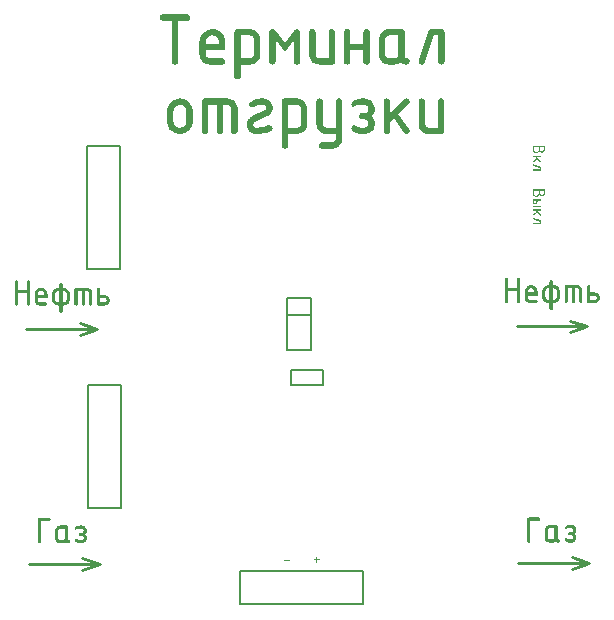
<source format=gto>
G04 Layer_Color=65535*
%FSLAX44Y44*%
%MOMM*%
G71*
G01*
G75*
%ADD22C,0.2540*%
%ADD23C,0.2000*%
G36*
X480413Y453980D02*
X480511Y453941D01*
X480589Y453883D01*
X480686Y453786D01*
X480745Y453668D01*
X480764Y453493D01*
Y450859D01*
Y450840D01*
Y450801D01*
Y450742D01*
X480745Y450664D01*
X480725Y450469D01*
X480667Y450216D01*
X480589Y449903D01*
X480452Y449591D01*
X480257Y449279D01*
X480004Y448987D01*
X479965Y448948D01*
X479867Y448870D01*
X479711Y448753D01*
X479477Y448596D01*
X479204Y448460D01*
X478892Y448343D01*
X478540Y448265D01*
X478131Y448226D01*
X478014D01*
X477916Y448245D01*
X477682Y448284D01*
X477409Y448343D01*
X477077Y448460D01*
X476726Y448636D01*
X476570Y448753D01*
X476395Y448870D01*
X476239Y449026D01*
X476083Y449201D01*
X476063Y449182D01*
X476044Y449143D01*
X475985Y449065D01*
X475907Y448967D01*
X475829Y448850D01*
X475712Y448733D01*
X475575Y448596D01*
X475419Y448441D01*
X475224Y448304D01*
X475029Y448167D01*
X474815Y448050D01*
X474561Y447933D01*
X474308Y447836D01*
X474015Y447758D01*
X473722Y447719D01*
X473391Y447699D01*
X473274D01*
X473176Y447719D01*
X473059D01*
X472923Y447738D01*
X472630Y447816D01*
X472279Y447933D01*
X471908Y448089D01*
X471518Y448323D01*
X471342Y448479D01*
X471167Y448636D01*
Y448655D01*
X471128Y448675D01*
X471089Y448733D01*
X471030Y448792D01*
X470874Y448987D01*
X470718Y449260D01*
X470543Y449572D01*
X470387Y449962D01*
X470289Y450391D01*
X470270Y450625D01*
X470250Y450859D01*
Y453493D01*
Y453512D01*
Y453571D01*
X470270Y453649D01*
X470308Y453746D01*
X470367Y453844D01*
X470465Y453922D01*
X470582Y453980D01*
X470757Y454000D01*
X480316D01*
X480413Y453980D01*
D02*
G37*
G36*
X306884Y494070D02*
X307275Y493992D01*
X307822Y493836D01*
X308368Y493446D01*
X308759Y492977D01*
X309071Y492352D01*
X309228Y491415D01*
Y460485D01*
Y460407D01*
Y460329D01*
Y459860D01*
X309071Y459157D01*
X308915Y458298D01*
X308603Y457361D01*
X308134Y456268D01*
X307509Y455252D01*
X306650Y454237D01*
X306572Y454159D01*
X306182Y453846D01*
X305635Y453378D01*
X304932Y452909D01*
X303995Y452440D01*
X302901Y451972D01*
X301651Y451659D01*
X300324Y451581D01*
X291888D01*
X291576Y451659D01*
X291107Y451738D01*
X290639Y451894D01*
X290170Y452284D01*
X289701Y452753D01*
X289389Y453378D01*
X289311Y454315D01*
Y454393D01*
Y454471D01*
X289389Y454940D01*
X289623Y455565D01*
X290092Y456189D01*
X290170D01*
X290248Y456346D01*
X290639Y456580D01*
X291264Y456814D01*
X291966Y456971D01*
X300480D01*
X300792Y457049D01*
X301105Y457127D01*
X301964Y457439D01*
X302354Y457673D01*
X302745Y457986D01*
X302823Y458064D01*
X302901Y458142D01*
X303057Y458377D01*
X303292Y458689D01*
X303604Y459470D01*
X303682Y459939D01*
X303760Y460485D01*
Y464000D01*
X295950D01*
X295481Y464078D01*
X294778Y464156D01*
X293919Y464312D01*
X292904Y464625D01*
X291888Y465093D01*
X290795Y465718D01*
X289779Y466577D01*
X289701Y466734D01*
X289389Y467046D01*
X288998Y467593D01*
X288530Y468296D01*
X288061Y469233D01*
X287671Y470326D01*
X287358Y471498D01*
X287280Y472826D01*
Y491415D01*
Y491571D01*
X287358Y491884D01*
X287436Y492274D01*
X287593Y492821D01*
X287905Y493289D01*
X288374Y493758D01*
X289076Y494070D01*
X289936Y494148D01*
X290092D01*
X290404Y494070D01*
X290795Y493992D01*
X291342Y493836D01*
X291888Y493446D01*
X292279Y492977D01*
X292591Y492352D01*
X292747Y491415D01*
Y472826D01*
Y472748D01*
Y472592D01*
X292826Y472357D01*
X292904Y471967D01*
X293216Y471186D01*
X293450Y470795D01*
X293763Y470405D01*
X293841Y470326D01*
X293919Y470248D01*
X294153Y470092D01*
X294466Y469936D01*
X295169Y469546D01*
X295637Y469467D01*
X296106Y469389D01*
X303760D01*
Y491415D01*
Y491571D01*
X303838Y491884D01*
X303916Y492274D01*
X304073Y492821D01*
X304385Y493289D01*
X304854Y493758D01*
X305557Y494070D01*
X306416Y494148D01*
X306572D01*
X306884Y494070D01*
D02*
G37*
G36*
X243385Y493992D02*
X244166Y493836D01*
X245025Y493602D01*
X245963Y493133D01*
X246900Y492586D01*
X247837Y491805D01*
X247915Y491727D01*
X248228Y491415D01*
X248618Y490868D01*
X249009Y490243D01*
X249477Y489462D01*
X249790Y488447D01*
X250102Y487431D01*
X250180Y486260D01*
Y486182D01*
Y486026D01*
Y485791D01*
X250102Y485479D01*
X249946Y484620D01*
X249634Y483526D01*
X249087Y482355D01*
X248696Y481808D01*
X248228Y481183D01*
X247681Y480636D01*
X247134Y480090D01*
X246353Y479621D01*
X245572Y479152D01*
X235028Y473997D01*
X234950D01*
X234794Y473841D01*
X234403Y473529D01*
X234091Y473216D01*
X233934Y472826D01*
X233778Y472357D01*
X233700Y471810D01*
Y471732D01*
Y471654D01*
X233778Y471186D01*
X234013Y470639D01*
X234403Y470092D01*
X234559Y470014D01*
X234872Y469780D01*
X235418Y469467D01*
X236043Y469389D01*
X237059D01*
X237527Y469467D01*
X238152D01*
X239558Y469624D01*
X241198Y469858D01*
X242917Y470170D01*
X244635Y470561D01*
X246353Y471186D01*
X246431Y471264D01*
X246665Y471342D01*
X246978Y471420D01*
X247525D01*
X247837Y471342D01*
X248228Y471264D01*
X248774Y471108D01*
X249321Y470717D01*
X249712Y470248D01*
X250024Y469624D01*
X250180Y468686D01*
Y468608D01*
Y468452D01*
X250102Y468140D01*
X250024Y467827D01*
X249790Y467437D01*
X249555Y467046D01*
X249165Y466656D01*
X248618Y466343D01*
X248540D01*
X248462Y466265D01*
X248228Y466109D01*
X247837Y465953D01*
X247447Y465796D01*
X246900Y465640D01*
X246275Y465406D01*
X245494Y465172D01*
X244713Y464937D01*
X243776Y464781D01*
X242760Y464547D01*
X241589Y464390D01*
X240339Y464234D01*
X239011Y464078D01*
X237605Y464000D01*
X235497D01*
X234872Y464156D01*
X234091Y464312D01*
X233232Y464547D01*
X232294Y464937D01*
X231357Y465484D01*
X230498Y466265D01*
X230420Y466343D01*
X230185Y466656D01*
X229795Y467124D01*
X229404Y467827D01*
X228936Y468608D01*
X228623Y469546D01*
X228311Y470639D01*
X228233Y471810D01*
Y471889D01*
Y472045D01*
Y472279D01*
X228311Y472592D01*
X228467Y473451D01*
X228780Y474544D01*
X229326Y475716D01*
X229717Y476341D01*
X230107Y476887D01*
X230654Y477434D01*
X231201Y477981D01*
X231904Y478449D01*
X232685Y478918D01*
X243385Y484073D01*
X243463D01*
X243619Y484229D01*
X244088Y484620D01*
X244322Y484854D01*
X244479Y485245D01*
X244635Y485713D01*
X244713Y486260D01*
Y486338D01*
Y486416D01*
X244635Y486885D01*
X244401Y487431D01*
X243932Y487978D01*
X243776Y488134D01*
X243463Y488369D01*
X242917Y488603D01*
X242213Y488759D01*
X241042D01*
X240261Y488681D01*
X238621Y488603D01*
X237840Y488447D01*
X237137Y488291D01*
X237059D01*
X236902Y488213D01*
X236668Y488134D01*
X236278Y488056D01*
X235418Y487666D01*
X234247Y487041D01*
X234169Y486963D01*
X233856Y486885D01*
X233466Y486729D01*
X232919Y486651D01*
X232763D01*
X232294Y486729D01*
X231669Y486963D01*
X231045Y487431D01*
Y487510D01*
X230888Y487588D01*
X230654Y487978D01*
X230420Y488603D01*
X230264Y489384D01*
Y489462D01*
X230342Y489618D01*
X230420Y489931D01*
X230576Y490243D01*
X230810Y490634D01*
X231279Y491024D01*
X231826Y491415D01*
X232607Y491805D01*
X232763Y491884D01*
X233153Y492196D01*
X233856Y492586D01*
X234325Y492743D01*
X234872Y492977D01*
X235497Y493211D01*
X236199Y493446D01*
X236980Y493602D01*
X237840Y493758D01*
X238777Y493914D01*
X239870Y494070D01*
X240964Y494148D01*
X242760D01*
X243385Y493992D01*
D02*
G37*
G36*
X172466Y494070D02*
X173325Y493992D01*
X174418Y493758D01*
X175590Y493368D01*
X176918Y492821D01*
X178246Y492040D01*
X179495Y490946D01*
X179651Y490790D01*
X179964Y490400D01*
X180511Y489697D01*
X181135Y488759D01*
X181682Y487666D01*
X182229Y486338D01*
X182541Y484776D01*
X182698Y483136D01*
Y474935D01*
Y474857D01*
Y474700D01*
Y474466D01*
X182619Y474154D01*
X182541Y473373D01*
X182307Y472279D01*
X181917Y471030D01*
X181292Y469780D01*
X180511Y468452D01*
X179417Y467202D01*
X179261Y467046D01*
X178870Y466734D01*
X178167Y466187D01*
X177230Y465640D01*
X176137Y465015D01*
X174809Y464469D01*
X173325Y464156D01*
X171685Y464000D01*
X171216D01*
X170904Y464078D01*
X170044Y464156D01*
X168951Y464390D01*
X167780Y464781D01*
X166452Y465328D01*
X165124Y466109D01*
X163874Y467124D01*
X163718Y467280D01*
X163406Y467671D01*
X162859Y468374D01*
X162312Y469311D01*
X161765Y470405D01*
X161219Y471810D01*
X160906Y473294D01*
X160750Y474935D01*
Y483136D01*
Y483214D01*
Y483370D01*
Y483604D01*
X160828Y483917D01*
X160906Y484776D01*
X161140Y485869D01*
X161531Y487041D01*
X162078Y488369D01*
X162859Y489697D01*
X163874Y490946D01*
X164030Y491102D01*
X164421Y491415D01*
X165124Y491962D01*
X166061Y492586D01*
X167155Y493133D01*
X168561Y493680D01*
X170044Y493992D01*
X171685Y494148D01*
X172153D01*
X172466Y494070D01*
D02*
G37*
G36*
X212924Y493992D02*
X213783Y493836D01*
X214799Y493524D01*
X215814Y493055D01*
X216908Y492352D01*
X217923Y491493D01*
X218001Y491415D01*
X218313Y491024D01*
X218782Y490478D01*
X219251Y489775D01*
X219719Y488837D01*
X220188Y487744D01*
X220500Y486572D01*
X220578Y485245D01*
Y466656D01*
Y466577D01*
X220500Y466265D01*
X220422Y465796D01*
X220266Y465328D01*
X219876Y464859D01*
X219407Y464390D01*
X218704Y464078D01*
X217767Y464000D01*
X217689D01*
X217376Y464078D01*
X216908Y464156D01*
X216439Y464312D01*
X215970Y464625D01*
X215502Y465093D01*
X215189Y465796D01*
X215111Y466656D01*
Y485245D01*
Y485323D01*
Y485479D01*
X215033Y485791D01*
X214955Y486104D01*
X214643Y486963D01*
X214408Y487353D01*
X214018Y487744D01*
X213939Y487822D01*
X213861Y487900D01*
X213627Y488056D01*
X213315Y488291D01*
X212534Y488603D01*
X212143Y488681D01*
X211596Y488759D01*
X208160D01*
Y466656D01*
Y466577D01*
X208082Y466265D01*
X208004Y465796D01*
X207847Y465328D01*
X207457Y464859D01*
X206988Y464390D01*
X206285Y464078D01*
X205348Y464000D01*
X205270D01*
X204958Y464078D01*
X204489Y464156D01*
X204020Y464312D01*
X203552Y464625D01*
X203083Y465093D01*
X202771Y465796D01*
X202692Y466656D01*
Y488759D01*
X195741D01*
Y466656D01*
Y466577D01*
X195663Y466265D01*
X195585Y465796D01*
X195429Y465328D01*
X195038Y464859D01*
X194569Y464390D01*
X193867Y464078D01*
X192929Y464000D01*
X192851D01*
X192539Y464078D01*
X192070Y464156D01*
X191602Y464312D01*
X191133Y464625D01*
X190664Y465093D01*
X190352Y465796D01*
X190274Y466656D01*
Y491415D01*
Y491571D01*
X190352Y491884D01*
X190430Y492274D01*
X190586Y492821D01*
X190899Y493289D01*
X191367Y493758D01*
X192070Y494070D01*
X192929Y494148D01*
X212221D01*
X212924Y493992D01*
D02*
G37*
G36*
X329066D02*
X329925Y493836D01*
X330941Y493524D01*
X331956Y493055D01*
X333050Y492352D01*
X334065Y491493D01*
X334143Y491415D01*
X334455Y491024D01*
X334924Y490478D01*
X335393Y489775D01*
X335861Y488837D01*
X336330Y487744D01*
X336642Y486572D01*
X336721Y485245D01*
Y485167D01*
Y485010D01*
Y484776D01*
X336642Y484464D01*
X336564Y483683D01*
X336330Y482667D01*
X336018Y481652D01*
X335471Y480636D01*
X334768Y479699D01*
X333831Y478996D01*
X333987Y478918D01*
X334299Y478684D01*
X334768Y478293D01*
X335315Y477668D01*
X335783Y476809D01*
X336252Y475794D01*
X336564Y474466D01*
X336721Y472826D01*
Y472748D01*
Y472670D01*
Y472201D01*
X336564Y471498D01*
X336408Y470639D01*
X336096Y469702D01*
X335627Y468608D01*
X334924Y467593D01*
X334065Y466577D01*
X333987Y466499D01*
X333596Y466187D01*
X333050Y465796D01*
X332347Y465328D01*
X331409Y464781D01*
X330316Y464390D01*
X329066Y464078D01*
X327738Y464000D01*
X325239D01*
X324771Y464078D01*
X324146Y464156D01*
X323287Y464312D01*
X322427Y464469D01*
X321334Y464781D01*
X320240Y465172D01*
X320084Y465250D01*
X319694Y465406D01*
X319147Y465718D01*
X318522Y466109D01*
X317897Y466577D01*
X317351Y467202D01*
X316960Y467827D01*
X316882Y468218D01*
X316804Y468608D01*
Y468686D01*
Y468764D01*
X316882Y469155D01*
X317038Y469702D01*
X317351Y470405D01*
Y470483D01*
X317429Y470561D01*
X317819Y470951D01*
X318288Y471264D01*
X318600Y471342D01*
X318991Y471420D01*
X319069D01*
X319225Y471342D01*
X319381Y471264D01*
X319772Y471186D01*
X320240Y471030D01*
X320865Y470717D01*
X321646Y470405D01*
X321724Y470326D01*
X322037Y470248D01*
X322505Y470092D01*
X323052Y469936D01*
X324380Y469546D01*
X325005Y469467D01*
X325630Y469389D01*
X327973D01*
X328207Y469467D01*
X328598Y469546D01*
X329379Y469858D01*
X329769Y470092D01*
X330160Y470405D01*
X330238Y470483D01*
X330316Y470561D01*
X330472Y470795D01*
X330706Y471108D01*
X331097Y471889D01*
X331175Y472357D01*
X331253Y472826D01*
Y472904D01*
Y473138D01*
X331175Y473373D01*
Y473763D01*
X330863Y474622D01*
X330628Y475013D01*
X330316Y475403D01*
X330160Y475560D01*
X329769Y475794D01*
X329066Y476106D01*
X328207Y476341D01*
X325395D01*
X324927Y476497D01*
X324302Y476731D01*
X323755Y477122D01*
X323599Y477278D01*
X323365Y477668D01*
X323130Y478215D01*
X322974Y478996D01*
Y479074D01*
Y479152D01*
X323052Y479621D01*
X323287Y480246D01*
X323755Y480871D01*
X323833Y480949D01*
X323911Y481027D01*
X324068Y481183D01*
X324380Y481339D01*
X324692Y481496D01*
X325161Y481574D01*
X325630Y481730D01*
X327817D01*
X328129Y481808D01*
X328598Y481886D01*
X329457Y482120D01*
X329925Y482355D01*
X330316Y482667D01*
X330394Y482745D01*
X330472Y482823D01*
X330628Y483058D01*
X330785Y483370D01*
X331097Y484151D01*
X331253Y484698D01*
Y485245D01*
Y485323D01*
Y485479D01*
X331175Y485713D01*
X331097Y486104D01*
X330863Y486885D01*
X330550Y487275D01*
X330238Y487666D01*
X330160Y487744D01*
X330082Y487822D01*
X329847Y487978D01*
X329535Y488213D01*
X328754Y488603D01*
X328285Y488681D01*
X327738Y488759D01*
X325005D01*
X324536Y488681D01*
X323989D01*
X323365Y488603D01*
X322584Y488447D01*
X321802Y488291D01*
X321724D01*
X321490Y488213D01*
X321100Y488134D01*
X320631Y488056D01*
X319694Y487666D01*
X319303Y487510D01*
X318991Y487275D01*
X318913D01*
X318834Y487197D01*
X318444Y487119D01*
X318132Y487041D01*
X317897Y487119D01*
X317585Y487275D01*
X317351Y487588D01*
Y487666D01*
X317272Y487744D01*
X317116Y488213D01*
X316882Y488837D01*
X316804Y489462D01*
Y489540D01*
X316882Y489775D01*
X317038Y490165D01*
X317272Y490634D01*
X317741Y491181D01*
X318366Y491805D01*
X319303Y492430D01*
X319928Y492664D01*
X320553Y492977D01*
X320709Y493055D01*
X321021Y493133D01*
X321568Y493368D01*
X322271Y493602D01*
X323052Y493758D01*
X323911Y493992D01*
X324771Y494070D01*
X325630Y494148D01*
X328363D01*
X329066Y493992D01*
D02*
G37*
G36*
X54471Y333780D02*
X54901Y333741D01*
X55447Y333624D01*
X56033Y333429D01*
X56696Y333156D01*
X57360Y332765D01*
X57985Y332219D01*
X58063Y332141D01*
X58219Y331945D01*
X58492Y331594D01*
X58805Y331126D01*
X59078Y330579D01*
X59351Y329915D01*
X59507Y329174D01*
X59585Y328354D01*
Y324957D01*
X51348D01*
Y323201D01*
Y323162D01*
Y323083D01*
X51387Y322927D01*
X51426Y322771D01*
X51582Y322381D01*
X51699Y322146D01*
X51856Y321951D01*
X51894Y321912D01*
X51934Y321873D01*
X52051Y321795D01*
X52207Y321717D01*
X52558Y321522D01*
X52792Y321483D01*
X53027Y321444D01*
X58258D01*
X58414Y321405D01*
X58609Y321366D01*
X58883Y321288D01*
X59156Y321092D01*
X59351Y320858D01*
X59507Y320546D01*
X59585Y320077D01*
Y320038D01*
X59546Y319882D01*
X59507Y319648D01*
X59429Y319414D01*
X59234Y319179D01*
X59000Y318945D01*
X58648Y318789D01*
X58180Y318750D01*
X52949D01*
X52714Y318789D01*
X52363Y318828D01*
X51934Y318906D01*
X51426Y319062D01*
X50918Y319297D01*
X50372Y319570D01*
X49864Y319999D01*
X49825Y320077D01*
X49669Y320233D01*
X49474Y320507D01*
X49240Y320897D01*
X49006Y321327D01*
X48810Y321873D01*
X48654Y322498D01*
X48615Y323162D01*
Y328315D01*
Y328354D01*
Y328432D01*
Y328549D01*
X48654Y328705D01*
X48693Y329135D01*
X48810Y329681D01*
X49006Y330267D01*
X49279Y330930D01*
X49669Y331594D01*
X50177Y332219D01*
X50255Y332297D01*
X50450Y332453D01*
X50801Y332726D01*
X51270Y333039D01*
X51816Y333312D01*
X52519Y333585D01*
X53261Y333741D01*
X54081Y333819D01*
X54315D01*
X54471Y333780D01*
D02*
G37*
G36*
X93667Y333741D02*
X94096Y333663D01*
X94604Y333507D01*
X95112Y333273D01*
X95658Y332921D01*
X96166Y332492D01*
X96205Y332453D01*
X96361Y332258D01*
X96595Y331984D01*
X96829Y331633D01*
X97064Y331165D01*
X97298Y330618D01*
X97454Y330033D01*
X97493Y329369D01*
Y320077D01*
Y320038D01*
X97454Y319882D01*
X97415Y319648D01*
X97337Y319414D01*
X97142Y319179D01*
X96907Y318945D01*
X96556Y318789D01*
X96088Y318750D01*
X96048D01*
X95892Y318789D01*
X95658Y318828D01*
X95424Y318906D01*
X95190Y319062D01*
X94955Y319297D01*
X94799Y319648D01*
X94760Y320077D01*
Y329369D01*
Y329408D01*
Y329486D01*
X94721Y329642D01*
X94682Y329798D01*
X94526Y330228D01*
X94409Y330423D01*
X94214Y330618D01*
X94175Y330657D01*
X94136Y330696D01*
X94018Y330774D01*
X93862Y330891D01*
X93472Y331048D01*
X93277Y331087D01*
X93003Y331126D01*
X91286D01*
Y320077D01*
Y320038D01*
X91247Y319882D01*
X91208Y319648D01*
X91130Y319414D01*
X90934Y319179D01*
X90700Y318945D01*
X90349Y318789D01*
X89880Y318750D01*
X89841D01*
X89685Y318789D01*
X89451Y318828D01*
X89217Y318906D01*
X88982Y319062D01*
X88748Y319297D01*
X88592Y319648D01*
X88553Y320077D01*
Y331126D01*
X85078D01*
Y320077D01*
Y320038D01*
X85039Y319882D01*
X85000Y319648D01*
X84922Y319414D01*
X84727Y319179D01*
X84493Y318945D01*
X84141Y318789D01*
X83673Y318750D01*
X83634D01*
X83478Y318789D01*
X83244Y318828D01*
X83009Y318906D01*
X82775Y319062D01*
X82541Y319297D01*
X82385Y319648D01*
X82346Y320077D01*
Y332453D01*
Y332531D01*
X82385Y332687D01*
X82424Y332882D01*
X82502Y333156D01*
X82658Y333390D01*
X82892Y333624D01*
X83244Y333780D01*
X83673Y333819D01*
X93316D01*
X93667Y333741D01*
D02*
G37*
G36*
X71141Y337919D02*
X71336Y337879D01*
X71610Y337802D01*
X71883Y337606D01*
X72078Y337372D01*
X72234Y337060D01*
X72312Y336591D01*
Y333819D01*
X72625D01*
X72937Y333780D01*
X73366D01*
X73796Y333702D01*
X74264Y333624D01*
X74733Y333546D01*
X75123Y333390D01*
X75201Y333351D01*
X75396Y333273D01*
X75670Y333117D01*
X76021Y332921D01*
X76411Y332609D01*
X76802Y332258D01*
X77231Y331867D01*
X77583Y331360D01*
X77622Y331282D01*
X77739Y331126D01*
X77895Y330852D01*
X78051Y330462D01*
X78207Y330033D01*
X78363Y329525D01*
X78481Y328939D01*
X78520Y328354D01*
Y324216D01*
Y324177D01*
Y324099D01*
Y323981D01*
X78481Y323825D01*
X78442Y323435D01*
X78324Y322888D01*
X78129Y322264D01*
X77817Y321639D01*
X77427Y320975D01*
X76880Y320351D01*
X76802Y320273D01*
X76607Y320116D01*
X76255Y319843D01*
X75787Y319570D01*
X75240Y319258D01*
X74577Y318984D01*
X73796Y318828D01*
X72976Y318750D01*
X72312D01*
Y313909D01*
Y313870D01*
X72273Y313714D01*
X72234Y313480D01*
X72156Y313245D01*
X71961Y312972D01*
X71727Y312777D01*
X71375Y312621D01*
X70907Y312543D01*
X70868D01*
X70712Y312582D01*
X70477Y312621D01*
X70243Y312699D01*
X70009Y312894D01*
X69775Y313128D01*
X69619Y313441D01*
X69580Y313909D01*
Y318750D01*
X68604D01*
X68447Y318789D01*
X68057Y318828D01*
X67510Y318945D01*
X66886Y319140D01*
X66261Y319414D01*
X65598Y319804D01*
X64973Y320312D01*
X64895Y320390D01*
X64739Y320585D01*
X64465Y320936D01*
X64192Y321405D01*
X63880Y321951D01*
X63607Y322654D01*
X63450Y323396D01*
X63372Y324216D01*
Y328315D01*
Y328354D01*
Y328432D01*
Y328549D01*
X63411Y328705D01*
X63450Y329135D01*
X63567Y329681D01*
X63763Y330267D01*
X64036Y330930D01*
X64426Y331594D01*
X64973Y332219D01*
X65051Y332297D01*
X65246Y332453D01*
X65598Y332726D01*
X66066Y333039D01*
X66613Y333312D01*
X67276Y333585D01*
X68018Y333741D01*
X68838Y333819D01*
X69580D01*
Y336591D01*
Y336669D01*
X69619Y336825D01*
X69658Y337021D01*
X69736Y337294D01*
X69892Y337528D01*
X70126Y337762D01*
X70477Y337919D01*
X70907Y337958D01*
X70985D01*
X71141Y337919D01*
D02*
G37*
G36*
X393347Y494070D02*
X393737Y493992D01*
X394284Y493836D01*
X394831Y493446D01*
X395221Y492977D01*
X395534Y492352D01*
X395690Y491415D01*
Y466656D01*
Y466577D01*
X395612Y466265D01*
X395534Y465796D01*
X395377Y465328D01*
X394987Y464859D01*
X394518Y464390D01*
X393815Y464078D01*
X392878Y464000D01*
X382412D01*
X381943Y464078D01*
X381240Y464156D01*
X380381Y464312D01*
X379366Y464625D01*
X378351Y465093D01*
X377257Y465640D01*
X376242Y466499D01*
X376164Y466656D01*
X375851Y466968D01*
X375461Y467515D01*
X374992Y468296D01*
X374523Y469155D01*
X374133Y470248D01*
X373820Y471498D01*
X373742Y472826D01*
Y491415D01*
Y491571D01*
X373820Y491884D01*
X373899Y492274D01*
X374055Y492821D01*
X374367Y493289D01*
X374836Y493758D01*
X375539Y494070D01*
X376398Y494148D01*
X376554D01*
X376867Y494070D01*
X377257Y493992D01*
X377804Y493836D01*
X378351Y493446D01*
X378741Y492977D01*
X379053Y492352D01*
X379210Y491415D01*
Y472826D01*
Y472748D01*
Y472592D01*
X379288Y472357D01*
X379366Y471967D01*
X379678Y471186D01*
X379913Y470795D01*
X380225Y470405D01*
X380303Y470326D01*
X380381Y470248D01*
X380616Y470092D01*
X380928Y469936D01*
X381631Y469546D01*
X382100Y469467D01*
X382568Y469389D01*
X390223D01*
Y491415D01*
Y491571D01*
X390301Y491884D01*
X390379Y492274D01*
X390535Y492821D01*
X390847Y493289D01*
X391316Y493758D01*
X392019Y494070D01*
X392878Y494148D01*
X393034D01*
X393347Y494070D01*
D02*
G37*
G36*
X363823D02*
X364213Y493992D01*
X364760Y493836D01*
X365307Y493446D01*
X365698Y492977D01*
X366010Y492352D01*
X366166Y491415D01*
Y491337D01*
Y491259D01*
X366088Y490790D01*
X365776Y490165D01*
X365541Y489775D01*
X365229Y489384D01*
X356481Y480793D01*
X365619Y468218D01*
X365698Y468061D01*
X365932Y467749D01*
X366088Y467202D01*
X366166Y466656D01*
Y466577D01*
X366088Y466265D01*
X366010Y465796D01*
X365854Y465328D01*
X365463Y464859D01*
X364995Y464390D01*
X364292Y464078D01*
X363354Y464000D01*
X363120D01*
X362886Y464078D01*
X362573Y464156D01*
X361870Y464469D01*
X361480Y464703D01*
X361167Y465093D01*
X352732Y477278D01*
X349686Y473841D01*
Y466656D01*
Y466577D01*
X349608Y466265D01*
X349530Y465796D01*
X349374Y465328D01*
X348983Y464859D01*
X348514Y464390D01*
X347812Y464078D01*
X346874Y464000D01*
X346796D01*
X346484Y464078D01*
X346015Y464156D01*
X345546Y464312D01*
X345078Y464625D01*
X344609Y465093D01*
X344297Y465796D01*
X344219Y466656D01*
Y491415D01*
Y491571D01*
X344297Y491884D01*
X344375Y492274D01*
X344531Y492821D01*
X344843Y493289D01*
X345312Y493758D01*
X346015Y494070D01*
X346874Y494148D01*
X347030D01*
X347343Y494070D01*
X347733Y493992D01*
X348280Y493836D01*
X348827Y493446D01*
X349217Y492977D01*
X349530Y492352D01*
X349686Y491415D01*
Y480558D01*
X361480Y493289D01*
Y493368D01*
X361636Y493446D01*
X362027Y493758D01*
X362573Y493992D01*
X362964Y494148D01*
X363511D01*
X363823Y494070D01*
D02*
G37*
G36*
X359682Y552820D02*
X360072Y552742D01*
X360619Y552586D01*
X361166Y552196D01*
X361556Y551727D01*
X361869Y551102D01*
X362025Y550165D01*
Y529545D01*
Y529467D01*
Y529311D01*
X362103Y529076D01*
X362259Y528842D01*
X362494Y528530D01*
X362884Y528296D01*
X363353Y528139D01*
X364056Y528061D01*
X364368D01*
X364759Y527905D01*
X365149Y527749D01*
X365462Y527436D01*
X365852Y526968D01*
X366087Y526265D01*
X366165Y525406D01*
Y525327D01*
X366087Y525015D01*
X366008Y524546D01*
X365852Y524078D01*
X365462Y523609D01*
X364993Y523140D01*
X364290Y522828D01*
X363353Y522750D01*
X362806D01*
X362259Y522906D01*
X361556Y523062D01*
X360853Y523297D01*
X359994Y523687D01*
X359291Y524234D01*
X358588Y524937D01*
X358510Y524859D01*
X358198Y524624D01*
X357807Y524234D01*
X357183Y523843D01*
X356401Y523453D01*
X355464Y523062D01*
X354293Y522828D01*
X353043Y522750D01*
X348747D01*
X348279Y522828D01*
X347576Y522906D01*
X346716Y523062D01*
X345701Y523375D01*
X344686Y523843D01*
X343592Y524390D01*
X342577Y525249D01*
X342499Y525406D01*
X342186Y525718D01*
X341796Y526265D01*
X341327Y527046D01*
X340859Y527905D01*
X340468Y528998D01*
X340156Y530248D01*
X340078Y531576D01*
Y543995D01*
Y544073D01*
Y544151D01*
X340156Y544619D01*
X340234Y545322D01*
X340390Y546181D01*
X340702Y547197D01*
X341171Y548212D01*
X341718Y549306D01*
X342577Y550321D01*
X342733Y550399D01*
X343046Y550712D01*
X343592Y551102D01*
X344373Y551649D01*
X345232Y552118D01*
X346326Y552508D01*
X347576Y552820D01*
X348903Y552898D01*
X359369D01*
X359682Y552820D01*
D02*
G37*
G36*
X393423D02*
X393814Y552742D01*
X394361Y552586D01*
X394907Y552196D01*
X395298Y551727D01*
X395610Y551102D01*
X395766Y550165D01*
Y525406D01*
Y525327D01*
X395688Y525015D01*
X395610Y524546D01*
X395454Y524078D01*
X395063Y523609D01*
X394595Y523140D01*
X393892Y522828D01*
X392955Y522750D01*
X392877D01*
X392564Y522828D01*
X392095Y522906D01*
X391627Y523062D01*
X391158Y523375D01*
X390690Y523843D01*
X390377Y524546D01*
X390299Y525406D01*
Y547509D01*
X386706D01*
X379052Y524546D01*
Y524468D01*
X378974Y524234D01*
X378740Y524000D01*
X378505Y523687D01*
X378193Y523297D01*
X377724Y523062D01*
X377177Y522828D01*
X376474Y522750D01*
X376396D01*
X376084Y522828D01*
X375615Y522906D01*
X375147Y523062D01*
X374678Y523375D01*
X374209Y523843D01*
X373897Y524546D01*
X373819Y525406D01*
Y525484D01*
Y525718D01*
X373897Y526265D01*
X382098Y550712D01*
Y550790D01*
X382254Y551024D01*
X382410Y551414D01*
X382723Y551805D01*
X383035Y552196D01*
X383504Y552586D01*
X384051Y552820D01*
X384754Y552898D01*
X393111D01*
X393423Y552820D01*
D02*
G37*
G36*
X199957D02*
X200816Y552742D01*
X201910Y552508D01*
X203081Y552118D01*
X204409Y551571D01*
X205737Y550790D01*
X206987Y549696D01*
X207143Y549540D01*
X207455Y549150D01*
X208002Y548447D01*
X208627Y547509D01*
X209174Y546416D01*
X209720Y545088D01*
X210033Y543604D01*
X210189Y541964D01*
Y535169D01*
X193709D01*
Y531654D01*
Y531576D01*
Y531420D01*
X193787Y531107D01*
X193865Y530795D01*
X194177Y530014D01*
X194412Y529545D01*
X194724Y529155D01*
X194802Y529076D01*
X194880Y528998D01*
X195115Y528842D01*
X195427Y528686D01*
X196130Y528296D01*
X196599Y528217D01*
X197067Y528139D01*
X207533D01*
X207846Y528061D01*
X208236Y527983D01*
X208783Y527827D01*
X209330Y527436D01*
X209720Y526968D01*
X210033Y526343D01*
X210189Y525406D01*
Y525327D01*
X210111Y525015D01*
X210033Y524546D01*
X209876Y524078D01*
X209486Y523609D01*
X209017Y523140D01*
X208314Y522828D01*
X207377Y522750D01*
X196911D01*
X196442Y522828D01*
X195739Y522906D01*
X194880Y523062D01*
X193865Y523375D01*
X192850Y523843D01*
X191756Y524390D01*
X190741Y525249D01*
X190663Y525406D01*
X190350Y525718D01*
X189960Y526265D01*
X189491Y527046D01*
X189022Y527905D01*
X188632Y528998D01*
X188319Y530248D01*
X188241Y531576D01*
Y541886D01*
Y541964D01*
Y542120D01*
Y542354D01*
X188319Y542667D01*
X188398Y543526D01*
X188632Y544619D01*
X189022Y545791D01*
X189569Y547119D01*
X190350Y548447D01*
X191366Y549696D01*
X191522Y549852D01*
X191912Y550165D01*
X192615Y550712D01*
X193552Y551336D01*
X194646Y551883D01*
X196052Y552430D01*
X197536Y552742D01*
X199176Y552898D01*
X199645D01*
X199957Y552820D01*
D02*
G37*
G36*
X232058Y552742D02*
X232917Y552586D01*
X233933Y552274D01*
X234948Y551805D01*
X236042Y551102D01*
X237057Y550243D01*
X237135Y550165D01*
X237447Y549774D01*
X237916Y549228D01*
X238385Y548525D01*
X238853Y547587D01*
X239322Y546494D01*
X239634Y545322D01*
X239713Y543995D01*
Y531576D01*
Y531498D01*
Y531420D01*
Y530951D01*
X239556Y530248D01*
X239400Y529389D01*
X239088Y528452D01*
X238619Y527358D01*
X237916Y526343D01*
X237057Y525327D01*
X236979Y525249D01*
X236588Y524937D01*
X236042Y524546D01*
X235339Y524078D01*
X234401Y523531D01*
X233308Y523140D01*
X232058Y522828D01*
X230730Y522750D01*
X223232D01*
Y513065D01*
Y512987D01*
X223154Y512674D01*
X223076Y512206D01*
X222920Y511737D01*
X222530Y511190D01*
X222061Y510800D01*
X221358Y510488D01*
X220421Y510331D01*
X220343D01*
X220030Y510409D01*
X219562Y510488D01*
X219093Y510644D01*
X218624Y511034D01*
X218156Y511503D01*
X217843Y512128D01*
X217765Y513065D01*
Y550165D01*
Y550321D01*
X217843Y550634D01*
X217921Y551024D01*
X218078Y551571D01*
X218390Y552039D01*
X218859Y552508D01*
X219562Y552820D01*
X220421Y552898D01*
X231355D01*
X232058Y552742D01*
D02*
G37*
G36*
X178244Y565239D02*
X178634Y565161D01*
X179181Y565005D01*
X179728Y564614D01*
X180119Y564146D01*
X180431Y563521D01*
X180587Y562584D01*
Y562505D01*
X180509Y562193D01*
X180431Y561724D01*
X180275Y561256D01*
X179884Y560787D01*
X179415Y560318D01*
X178713Y560006D01*
X177775Y559928D01*
X170277D01*
Y525406D01*
Y525327D01*
X170199Y525015D01*
X170121Y524546D01*
X169965Y524078D01*
X169574Y523609D01*
X169106Y523140D01*
X168403Y522828D01*
X167465Y522750D01*
X167387D01*
X167075Y522828D01*
X166606Y522906D01*
X166138Y523062D01*
X165669Y523375D01*
X165200Y523843D01*
X164888Y524546D01*
X164810Y525406D01*
Y559928D01*
X157078D01*
X156765Y560006D01*
X156296Y560084D01*
X155828Y560240D01*
X155359Y560553D01*
X154890Y561021D01*
X154578Y561724D01*
X154500Y562584D01*
Y562740D01*
X154578Y563052D01*
X154656Y563443D01*
X154812Y563989D01*
X155125Y564458D01*
X155594Y564927D01*
X156296Y565239D01*
X157156Y565317D01*
X177931D01*
X178244Y565239D01*
D02*
G37*
G36*
X287809Y106281D02*
X287907Y106242D01*
X287985Y106164D01*
X288082Y106086D01*
X288141Y105950D01*
X288160Y105774D01*
Y104214D01*
X289818D01*
X289916Y104194D01*
X290013Y104155D01*
X290091Y104077D01*
X290189Y103999D01*
X290247Y103862D01*
X290267Y103687D01*
Y103667D01*
Y103609D01*
X290247Y103511D01*
X290208Y103433D01*
X290130Y103336D01*
X290052Y103238D01*
X289916Y103180D01*
X289740Y103160D01*
X288160D01*
Y101580D01*
Y101561D01*
Y101502D01*
X288141Y101404D01*
X288102Y101327D01*
X288024Y101229D01*
X287946Y101131D01*
X287809Y101073D01*
X287633Y101053D01*
X287555D01*
X287458Y101073D01*
X287380Y101112D01*
X287282Y101190D01*
X287185Y101268D01*
X287126Y101404D01*
X287107Y101580D01*
Y103160D01*
X285449D01*
X285351Y103180D01*
X285273Y103219D01*
X285176Y103297D01*
X285078Y103375D01*
X285019Y103511D01*
X285000Y103687D01*
Y103706D01*
Y103765D01*
X285019Y103862D01*
X285058Y103960D01*
X285137Y104038D01*
X285215Y104136D01*
X285351Y104194D01*
X285527Y104214D01*
X287107D01*
Y105774D01*
Y105794D01*
Y105852D01*
X287126Y105950D01*
X287165Y106047D01*
X287243Y106125D01*
X287321Y106223D01*
X287458Y106281D01*
X287633Y106301D01*
X287712D01*
X287809Y106281D01*
D02*
G37*
G36*
X271033Y552820D02*
X271423Y552742D01*
X271970Y552586D01*
X272517Y552196D01*
X272907Y551727D01*
X273220Y551102D01*
X273376Y550165D01*
Y525406D01*
Y525327D01*
X273298Y525015D01*
X273220Y524546D01*
X273063Y524078D01*
X272673Y523609D01*
X272204Y523140D01*
X271501Y522828D01*
X270564Y522750D01*
X270486D01*
X270173Y522828D01*
X269705Y522906D01*
X269236Y523062D01*
X268768Y523375D01*
X268299Y523843D01*
X267987Y524546D01*
X267908Y525406D01*
Y543604D01*
X260254Y533060D01*
X252756Y543604D01*
Y525406D01*
Y525327D01*
X252678Y525015D01*
X252600Y524546D01*
X252444Y524078D01*
X252053Y523609D01*
X251584Y523140D01*
X250882Y522828D01*
X249944Y522750D01*
X249866D01*
X249554Y522828D01*
X249085Y522906D01*
X248617Y523062D01*
X248148Y523375D01*
X247679Y523843D01*
X247367Y524546D01*
X247289Y525406D01*
Y550165D01*
Y550321D01*
X247367Y550634D01*
X247445Y551024D01*
X247601Y551571D01*
X247914Y552039D01*
X248382Y552508D01*
X249085Y552820D01*
X249944Y552898D01*
X250179D01*
X250491Y552820D01*
X250804Y552664D01*
X251194Y552508D01*
X251663Y552196D01*
X252209Y551727D01*
X252678Y551180D01*
X260254Y541027D01*
X267908Y551258D01*
X267987Y551336D01*
X268143Y551493D01*
X268377Y551805D01*
X268768Y552118D01*
X269627Y552664D01*
X270095Y552820D01*
X270564Y552898D01*
X270720D01*
X271033Y552820D01*
D02*
G37*
G36*
X272050Y493992D02*
X272909Y493836D01*
X273924Y493524D01*
X274939Y493055D01*
X276033Y492352D01*
X277048Y491493D01*
X277127Y491415D01*
X277439Y491024D01*
X277908Y490478D01*
X278376Y489775D01*
X278845Y488837D01*
X279313Y487744D01*
X279626Y486572D01*
X279704Y485245D01*
Y472826D01*
Y472748D01*
Y472670D01*
Y472201D01*
X279548Y471498D01*
X279391Y470639D01*
X279079Y469702D01*
X278610Y468608D01*
X277908Y467593D01*
X277048Y466577D01*
X276970Y466499D01*
X276580Y466187D01*
X276033Y465796D01*
X275330Y465328D01*
X274393Y464781D01*
X273299Y464390D01*
X272050Y464078D01*
X270722Y464000D01*
X263224D01*
Y454315D01*
Y454237D01*
X263146Y453924D01*
X263068Y453456D01*
X262911Y452987D01*
X262521Y452440D01*
X262052Y452050D01*
X261349Y451738D01*
X260412Y451581D01*
X260334D01*
X260021Y451659D01*
X259553Y451738D01*
X259084Y451894D01*
X258616Y452284D01*
X258147Y452753D01*
X257834Y453378D01*
X257756Y454315D01*
Y491415D01*
Y491571D01*
X257834Y491884D01*
X257913Y492274D01*
X258069Y492821D01*
X258381Y493289D01*
X258850Y493758D01*
X259553Y494070D01*
X260412Y494148D01*
X271347D01*
X272050Y493992D01*
D02*
G37*
G36*
X330158Y552820D02*
X330549Y552742D01*
X331095Y552586D01*
X331642Y552196D01*
X332033Y551727D01*
X332345Y551102D01*
X332501Y550165D01*
Y525406D01*
Y525327D01*
X332423Y525015D01*
X332345Y524546D01*
X332189Y524078D01*
X331798Y523609D01*
X331330Y523140D01*
X330627Y522828D01*
X329689Y522750D01*
X329611D01*
X329299Y522828D01*
X328830Y522906D01*
X328362Y523062D01*
X327893Y523375D01*
X327425Y523843D01*
X327112Y524546D01*
X327034Y525406D01*
Y535169D01*
X316021D01*
Y525406D01*
Y525327D01*
X315943Y525015D01*
X315865Y524546D01*
X315709Y524078D01*
X315318Y523609D01*
X314850Y523140D01*
X314147Y522828D01*
X313209Y522750D01*
X313131D01*
X312819Y522828D01*
X312350Y522906D01*
X311882Y523062D01*
X311413Y523375D01*
X310944Y523843D01*
X310632Y524546D01*
X310554Y525406D01*
Y550165D01*
Y550321D01*
X310632Y550634D01*
X310710Y551024D01*
X310866Y551571D01*
X311179Y552039D01*
X311647Y552508D01*
X312350Y552820D01*
X313209Y552898D01*
X313366D01*
X313678Y552820D01*
X314069Y552742D01*
X314615Y552586D01*
X315162Y552196D01*
X315553Y551727D01*
X315865Y551102D01*
X316021Y550165D01*
Y540558D01*
X327034D01*
Y550165D01*
Y550321D01*
X327112Y550634D01*
X327190Y551024D01*
X327346Y551571D01*
X327659Y552039D01*
X328127Y552508D01*
X328830Y552820D01*
X329689Y552898D01*
X329846D01*
X330158Y552820D01*
D02*
G37*
G36*
X300634D02*
X301025Y552742D01*
X301572Y552586D01*
X302118Y552196D01*
X302509Y551727D01*
X302821Y551102D01*
X302978Y550165D01*
Y525406D01*
Y525327D01*
X302899Y525015D01*
X302821Y524546D01*
X302665Y524078D01*
X302275Y523609D01*
X301806Y523140D01*
X301103Y522828D01*
X300166Y522750D01*
X289700D01*
X289231Y522828D01*
X288528Y522906D01*
X287669Y523062D01*
X286654Y523375D01*
X285638Y523843D01*
X284545Y524390D01*
X283529Y525249D01*
X283451Y525406D01*
X283139Y525718D01*
X282748Y526265D01*
X282280Y527046D01*
X281811Y527905D01*
X281421Y528998D01*
X281108Y530248D01*
X281030Y531576D01*
Y550165D01*
Y550321D01*
X281108Y550634D01*
X281186Y551024D01*
X281343Y551571D01*
X281655Y552039D01*
X282124Y552508D01*
X282826Y552820D01*
X283686Y552898D01*
X283842D01*
X284154Y552820D01*
X284545Y552742D01*
X285092Y552586D01*
X285638Y552196D01*
X286029Y551727D01*
X286341Y551102D01*
X286497Y550165D01*
Y531576D01*
Y531498D01*
Y531342D01*
X286576Y531107D01*
X286654Y530717D01*
X286966Y529936D01*
X287200Y529545D01*
X287513Y529155D01*
X287591Y529076D01*
X287669Y528998D01*
X287903Y528842D01*
X288216Y528686D01*
X288919Y528296D01*
X289387Y528217D01*
X289856Y528139D01*
X297510D01*
Y550165D01*
Y550321D01*
X297588Y550634D01*
X297666Y551024D01*
X297823Y551571D01*
X298135Y552039D01*
X298604Y552508D01*
X299307Y552820D01*
X300166Y552898D01*
X300322D01*
X300634Y552820D01*
D02*
G37*
G36*
X264896Y103667D02*
X264994Y103628D01*
X265072Y103550D01*
X265169Y103472D01*
X265228Y103336D01*
X265247Y103160D01*
Y103141D01*
Y103082D01*
X265228Y102985D01*
X265189Y102907D01*
X265111Y102809D01*
X265033Y102711D01*
X264896Y102653D01*
X264721Y102633D01*
X260429D01*
X260351Y102653D01*
X260254Y102692D01*
X260156Y102770D01*
X260078Y102848D01*
X260019Y102985D01*
X260000Y103160D01*
Y103180D01*
Y103238D01*
X260019Y103336D01*
X260058Y103433D01*
X260117Y103511D01*
X260215Y103609D01*
X260332Y103667D01*
X260507Y103687D01*
X264799D01*
X264896Y103667D01*
D02*
G37*
G36*
X102880Y333780D02*
X103076Y333741D01*
X103349Y333663D01*
X103622Y333468D01*
X103817Y333234D01*
X103974Y332921D01*
X104052Y332453D01*
Y327651D01*
X108112D01*
X108463Y327573D01*
X108893Y327495D01*
X109400Y327339D01*
X109908Y327105D01*
X110454Y326753D01*
X110962Y326324D01*
X111001Y326285D01*
X111157Y326090D01*
X111391Y325816D01*
X111625Y325465D01*
X111860Y324996D01*
X112094Y324450D01*
X112250Y323864D01*
X112289Y323201D01*
Y323162D01*
Y323122D01*
Y322888D01*
X112211Y322537D01*
X112133Y322108D01*
X111977Y321600D01*
X111742Y321092D01*
X111391Y320546D01*
X110962Y320038D01*
X110923Y319999D01*
X110728Y319843D01*
X110454Y319648D01*
X110103Y319414D01*
X109634Y319140D01*
X109088Y318945D01*
X108463Y318789D01*
X107800Y318750D01*
X102607D01*
X102451Y318789D01*
X102217Y318828D01*
X101983Y318906D01*
X101748Y319062D01*
X101514Y319297D01*
X101358Y319648D01*
X101319Y320077D01*
Y332453D01*
Y332531D01*
X101358Y332687D01*
X101397Y332882D01*
X101475Y333156D01*
X101631Y333390D01*
X101866Y333624D01*
X102217Y333780D01*
X102646Y333819D01*
X102724D01*
X102880Y333780D01*
D02*
G37*
G36*
X477253Y408573D02*
X477351Y408534D01*
X477429Y408456D01*
X477526Y408378D01*
X477585Y408241D01*
X477604Y408066D01*
Y408046D01*
Y407988D01*
X477585Y407890D01*
X477546Y407793D01*
X477468Y407715D01*
X477390Y407617D01*
X477253Y407559D01*
X477077Y407539D01*
X474464D01*
Y406486D01*
Y406466D01*
Y406447D01*
Y406330D01*
X474425Y406174D01*
X474385Y405979D01*
X474308Y405744D01*
X474210Y405491D01*
X474054Y405237D01*
X473839Y405003D01*
X473820Y404984D01*
X473722Y404906D01*
X473605Y404808D01*
X473430Y404691D01*
X473215Y404574D01*
X472962Y404476D01*
X472669Y404398D01*
X472357Y404379D01*
X472201D01*
X472045Y404418D01*
X471830Y404457D01*
X471596Y404535D01*
X471342Y404632D01*
X471089Y404789D01*
X470855Y405003D01*
X470835Y405023D01*
X470757Y405120D01*
X470660Y405237D01*
X470562Y405413D01*
X470445Y405627D01*
X470348Y405881D01*
X470270Y406174D01*
X470250Y406486D01*
Y408066D01*
Y408085D01*
Y408144D01*
X470270Y408241D01*
X470308Y408319D01*
X470367Y408417D01*
X470465Y408514D01*
X470582Y408573D01*
X470757Y408592D01*
X477155D01*
X477253Y408573D01*
D02*
G37*
G36*
Y403326D02*
X477351Y403287D01*
X477429Y403208D01*
X477526Y403130D01*
X477585Y402994D01*
X477604Y402818D01*
Y402799D01*
Y402740D01*
X477585Y402643D01*
X477546Y402545D01*
X477468Y402467D01*
X477390Y402370D01*
X477253Y402311D01*
X477077Y402292D01*
X470679D01*
X470601Y402311D01*
X470504Y402350D01*
X470406Y402428D01*
X470328Y402506D01*
X470270Y402643D01*
X470250Y402818D01*
Y402838D01*
Y402896D01*
X470270Y402994D01*
X470308Y403072D01*
X470367Y403169D01*
X470465Y403267D01*
X470582Y403326D01*
X470757Y403345D01*
X477155D01*
X477253Y403326D01*
D02*
G37*
G36*
X480413Y416981D02*
X480511Y416941D01*
X480589Y416883D01*
X480686Y416786D01*
X480745Y416668D01*
X480764Y416493D01*
Y413859D01*
Y413840D01*
Y413801D01*
Y413742D01*
X480745Y413664D01*
X480725Y413469D01*
X480667Y413216D01*
X480589Y412904D01*
X480452Y412591D01*
X480257Y412279D01*
X480004Y411987D01*
X479965Y411948D01*
X479867Y411870D01*
X479711Y411753D01*
X479477Y411596D01*
X479204Y411460D01*
X478892Y411343D01*
X478540Y411265D01*
X478131Y411226D01*
X478014D01*
X477916Y411245D01*
X477682Y411284D01*
X477409Y411343D01*
X477077Y411460D01*
X476726Y411636D01*
X476570Y411753D01*
X476395Y411870D01*
X476239Y412026D01*
X476083Y412201D01*
X476063Y412182D01*
X476044Y412143D01*
X475985Y412065D01*
X475907Y411967D01*
X475829Y411850D01*
X475712Y411733D01*
X475575Y411596D01*
X475419Y411441D01*
X475224Y411304D01*
X475029Y411167D01*
X474815Y411050D01*
X474561Y410933D01*
X474308Y410836D01*
X474015Y410758D01*
X473722Y410719D01*
X473391Y410699D01*
X473274D01*
X473176Y410719D01*
X473059D01*
X472923Y410738D01*
X472630Y410816D01*
X472279Y410933D01*
X471908Y411089D01*
X471518Y411323D01*
X471342Y411479D01*
X471167Y411636D01*
Y411655D01*
X471128Y411675D01*
X471089Y411733D01*
X471030Y411792D01*
X470874Y411987D01*
X470718Y412260D01*
X470543Y412572D01*
X470387Y412962D01*
X470289Y413391D01*
X470270Y413625D01*
X470250Y413859D01*
Y416493D01*
Y416512D01*
Y416571D01*
X470270Y416649D01*
X470308Y416746D01*
X470367Y416844D01*
X470465Y416922D01*
X470582Y416981D01*
X470757Y417000D01*
X480316D01*
X480413Y416981D01*
D02*
G37*
G36*
X475549Y139238D02*
X475744Y139199D01*
X476017Y139121D01*
X476291Y138925D01*
X476486Y138691D01*
X476642Y138379D01*
X476720Y137910D01*
Y137871D01*
X476681Y137715D01*
X476642Y137481D01*
X476564Y137247D01*
X476369Y137012D01*
X476135Y136778D01*
X475783Y136622D01*
X475315Y136583D01*
X468483D01*
Y119327D01*
Y119288D01*
X468444Y119132D01*
X468405Y118898D01*
X468327Y118664D01*
X468131Y118429D01*
X467897Y118195D01*
X467546Y118039D01*
X467077Y118000D01*
X467038D01*
X466882Y118039D01*
X466648Y118078D01*
X466414Y118156D01*
X466180Y118312D01*
X465945Y118547D01*
X465789Y118898D01*
X465750Y119327D01*
Y137910D01*
Y137988D01*
X465789Y138145D01*
X465828Y138340D01*
X465906Y138613D01*
X466062Y138847D01*
X466297Y139081D01*
X466648Y139238D01*
X467077Y139277D01*
X475393D01*
X475549Y139238D01*
D02*
G37*
G36*
X458618Y342238D02*
X458813Y342199D01*
X459086Y342121D01*
X459360Y341925D01*
X459555Y341691D01*
X459711Y341379D01*
X459789Y340910D01*
Y322327D01*
Y322288D01*
X459750Y322132D01*
X459711Y321898D01*
X459633Y321664D01*
X459438Y321429D01*
X459204Y321195D01*
X458852Y321039D01*
X458384Y321000D01*
X458345D01*
X458189Y321039D01*
X457954Y321078D01*
X457720Y321156D01*
X457486Y321312D01*
X457252Y321547D01*
X457095Y321898D01*
X457057Y322327D01*
Y331307D01*
X449483D01*
Y322327D01*
Y322288D01*
X449444Y322132D01*
X449405Y321898D01*
X449327Y321664D01*
X449131Y321429D01*
X448897Y321195D01*
X448546Y321039D01*
X448077Y321000D01*
X448038D01*
X447882Y321039D01*
X447648Y321078D01*
X447414Y321156D01*
X447179Y321312D01*
X446945Y321547D01*
X446789Y321898D01*
X446750Y322327D01*
Y340910D01*
Y340988D01*
X446789Y341145D01*
X446828Y341340D01*
X446906Y341613D01*
X447062Y341847D01*
X447296Y342081D01*
X447648Y342238D01*
X448077Y342277D01*
X448155D01*
X448312Y342238D01*
X448507Y342199D01*
X448780Y342121D01*
X449053Y341925D01*
X449249Y341691D01*
X449405Y341379D01*
X449483Y340910D01*
Y334000D01*
X457057D01*
Y340910D01*
Y340988D01*
X457095Y341145D01*
X457135Y341340D01*
X457213Y341613D01*
X457369Y341847D01*
X457603Y342081D01*
X457954Y342238D01*
X458384Y342277D01*
X458462D01*
X458618Y342238D01*
D02*
G37*
G36*
X75806Y132530D02*
X76001Y132491D01*
X76274Y132413D01*
X76548Y132218D01*
X76743Y131984D01*
X76899Y131671D01*
X76977Y131203D01*
Y120897D01*
Y120857D01*
Y120779D01*
X77016Y120662D01*
X77094Y120545D01*
X77211Y120389D01*
X77407Y120272D01*
X77641Y120194D01*
X77992Y120155D01*
X78148D01*
X78344Y120077D01*
X78539Y119999D01*
X78695Y119842D01*
X78890Y119608D01*
X79007Y119257D01*
X79046Y118827D01*
Y118788D01*
X79007Y118632D01*
X78968Y118398D01*
X78890Y118164D01*
X78695Y117929D01*
X78461Y117695D01*
X78109Y117539D01*
X77641Y117500D01*
X77368D01*
X77094Y117578D01*
X76743Y117656D01*
X76392Y117773D01*
X75962Y117969D01*
X75611Y118242D01*
X75259Y118593D01*
X75220Y118554D01*
X75064Y118437D01*
X74869Y118242D01*
X74557Y118047D01*
X74166Y117851D01*
X73698Y117656D01*
X73112Y117539D01*
X72488Y117500D01*
X70340D01*
X70106Y117539D01*
X69755Y117578D01*
X69325Y117656D01*
X68818Y117812D01*
X68310Y118047D01*
X67764Y118320D01*
X67256Y118749D01*
X67217Y118827D01*
X67061Y118983D01*
X66866Y119257D01*
X66632Y119647D01*
X66398Y120077D01*
X66202Y120623D01*
X66046Y121248D01*
X66007Y121911D01*
Y128119D01*
Y128158D01*
Y128197D01*
X66046Y128431D01*
X66085Y128783D01*
X66163Y129212D01*
X66319Y129719D01*
X66554Y130227D01*
X66827Y130774D01*
X67256Y131281D01*
X67334Y131320D01*
X67491Y131476D01*
X67764Y131671D01*
X68154Y131945D01*
X68584Y132179D01*
X69130Y132374D01*
X69755Y132530D01*
X70419Y132569D01*
X75650D01*
X75806Y132530D01*
D02*
G37*
G36*
X477253Y400165D02*
X477351Y400126D01*
X477429Y400048D01*
X477526Y399970D01*
X477585Y399834D01*
X477604Y399658D01*
Y399639D01*
Y399580D01*
X477585Y399483D01*
X477546Y399385D01*
X477468Y399307D01*
X477390Y399210D01*
X477253Y399151D01*
X477077Y399131D01*
X474151D01*
X477448Y395835D01*
X477468Y395815D01*
X477526Y395737D01*
X477585Y395620D01*
X477604Y395464D01*
Y395445D01*
Y395386D01*
X477585Y395289D01*
X477546Y395191D01*
X477468Y395113D01*
X477390Y395015D01*
X477253Y394957D01*
X477077Y394937D01*
X477038D01*
X476960Y394957D01*
X476824Y394996D01*
X476707Y395093D01*
X474385Y397395D01*
X471069Y395035D01*
X471050Y395015D01*
X470972Y394976D01*
X470874Y394957D01*
X470757Y394937D01*
X470679D01*
X470601Y394957D01*
X470504Y394996D01*
X470406Y395074D01*
X470328Y395152D01*
X470270Y395289D01*
X470250Y395464D01*
Y395484D01*
Y395503D01*
X470270Y395620D01*
X470348Y395757D01*
X470387Y395835D01*
X470465Y395893D01*
X473625Y398156D01*
X472649Y399131D01*
X470679D01*
X470601Y399151D01*
X470504Y399190D01*
X470406Y399268D01*
X470328Y399346D01*
X470270Y399483D01*
X470250Y399658D01*
Y399678D01*
Y399736D01*
X470270Y399834D01*
X470308Y399912D01*
X470367Y400009D01*
X470465Y400107D01*
X470582Y400165D01*
X470757Y400185D01*
X477155D01*
X477253Y400165D01*
D02*
G37*
G36*
X89002Y132491D02*
X89431Y132413D01*
X89938Y132257D01*
X90446Y132023D01*
X90992Y131671D01*
X91500Y131242D01*
X91539Y131203D01*
X91695Y131008D01*
X91930Y130735D01*
X92164Y130383D01*
X92398Y129915D01*
X92632Y129368D01*
X92788Y128783D01*
X92827Y128119D01*
Y128080D01*
Y128002D01*
Y127885D01*
X92788Y127728D01*
X92749Y127338D01*
X92632Y126831D01*
X92476Y126323D01*
X92203Y125815D01*
X91851Y125347D01*
X91383Y124996D01*
X91461Y124957D01*
X91617Y124839D01*
X91851Y124644D01*
X92125Y124332D01*
X92359Y123903D01*
X92593Y123395D01*
X92749Y122731D01*
X92827Y121911D01*
Y121873D01*
Y121833D01*
Y121599D01*
X92749Y121248D01*
X92671Y120818D01*
X92515Y120350D01*
X92281Y119803D01*
X91930Y119296D01*
X91500Y118788D01*
X91461Y118749D01*
X91266Y118593D01*
X90992Y118398D01*
X90641Y118164D01*
X90173Y117890D01*
X89626Y117695D01*
X89002Y117539D01*
X88338Y117500D01*
X87088D01*
X86854Y117539D01*
X86542Y117578D01*
X86113Y117656D01*
X85683Y117734D01*
X85137Y117890D01*
X84590Y118086D01*
X84512Y118125D01*
X84317Y118203D01*
X84043Y118359D01*
X83731Y118554D01*
X83419Y118788D01*
X83146Y119101D01*
X82950Y119413D01*
X82911Y119608D01*
X82872Y119803D01*
Y119842D01*
Y119881D01*
X82911Y120077D01*
X82989Y120350D01*
X83146Y120701D01*
Y120740D01*
X83185Y120779D01*
X83380Y120975D01*
X83614Y121131D01*
X83770Y121170D01*
X83965Y121209D01*
X84004D01*
X84082Y121170D01*
X84161Y121131D01*
X84356Y121092D01*
X84590Y121014D01*
X84902Y120857D01*
X85293Y120701D01*
X85332Y120662D01*
X85488Y120623D01*
X85722Y120545D01*
X85995Y120467D01*
X86659Y120272D01*
X86971Y120233D01*
X87284Y120194D01*
X88455D01*
X88572Y120233D01*
X88767Y120272D01*
X89158Y120428D01*
X89353Y120545D01*
X89548Y120701D01*
X89587Y120740D01*
X89626Y120779D01*
X89704Y120897D01*
X89821Y121053D01*
X90016Y121443D01*
X90056Y121677D01*
X90095Y121911D01*
Y121951D01*
Y122068D01*
X90056Y122185D01*
Y122380D01*
X89899Y122809D01*
X89782Y123005D01*
X89626Y123200D01*
X89548Y123278D01*
X89353Y123395D01*
X89002Y123551D01*
X88572Y123668D01*
X87167D01*
X86932Y123746D01*
X86620Y123863D01*
X86347Y124059D01*
X86269Y124137D01*
X86152Y124332D01*
X86034Y124605D01*
X85956Y124996D01*
Y125035D01*
Y125074D01*
X85995Y125308D01*
X86113Y125620D01*
X86347Y125933D01*
X86386Y125972D01*
X86425Y126011D01*
X86503Y126089D01*
X86659Y126167D01*
X86815Y126245D01*
X87050Y126284D01*
X87284Y126362D01*
X88377D01*
X88533Y126401D01*
X88767Y126440D01*
X89197Y126557D01*
X89431Y126674D01*
X89626Y126831D01*
X89665Y126870D01*
X89704Y126909D01*
X89782Y127026D01*
X89860Y127182D01*
X90016Y127572D01*
X90095Y127846D01*
Y128119D01*
Y128158D01*
Y128236D01*
X90056Y128353D01*
X90016Y128548D01*
X89899Y128939D01*
X89743Y129134D01*
X89587Y129329D01*
X89548Y129368D01*
X89509Y129407D01*
X89392Y129485D01*
X89236Y129602D01*
X88845Y129798D01*
X88611Y129837D01*
X88338Y129876D01*
X86971D01*
X86737Y129837D01*
X86464D01*
X86152Y129798D01*
X85761Y129719D01*
X85371Y129641D01*
X85332D01*
X85215Y129602D01*
X85019Y129563D01*
X84785Y129524D01*
X84317Y129329D01*
X84122Y129251D01*
X83965Y129134D01*
X83926D01*
X83887Y129095D01*
X83692Y129056D01*
X83536Y129017D01*
X83419Y129056D01*
X83263Y129134D01*
X83146Y129290D01*
Y129329D01*
X83106Y129368D01*
X83028Y129602D01*
X82911Y129915D01*
X82872Y130227D01*
Y130266D01*
X82911Y130383D01*
X82989Y130578D01*
X83106Y130813D01*
X83341Y131086D01*
X83653Y131398D01*
X84122Y131711D01*
X84434Y131828D01*
X84746Y131984D01*
X84824Y132023D01*
X84980Y132062D01*
X85254Y132179D01*
X85605Y132296D01*
X85995Y132374D01*
X86425Y132491D01*
X86854Y132530D01*
X87284Y132569D01*
X88650D01*
X89002Y132491D01*
D02*
G37*
G36*
X61049Y138738D02*
X61244Y138699D01*
X61518Y138621D01*
X61791Y138425D01*
X61986Y138191D01*
X62142Y137879D01*
X62220Y137410D01*
Y137371D01*
X62181Y137215D01*
X62142Y136981D01*
X62064Y136747D01*
X61869Y136512D01*
X61635Y136278D01*
X61283Y136122D01*
X60815Y136083D01*
X53983D01*
Y118827D01*
Y118788D01*
X53944Y118632D01*
X53905Y118398D01*
X53827Y118164D01*
X53631Y117929D01*
X53397Y117695D01*
X53046Y117539D01*
X52577Y117500D01*
X52538D01*
X52382Y117539D01*
X52148Y117578D01*
X51914Y117656D01*
X51679Y117812D01*
X51445Y118047D01*
X51289Y118398D01*
X51250Y118827D01*
Y137410D01*
Y137488D01*
X51289Y137645D01*
X51328Y137840D01*
X51406Y138113D01*
X51562Y138347D01*
X51797Y138581D01*
X52148Y138738D01*
X52577Y138777D01*
X60893D01*
X61049Y138738D01*
D02*
G37*
G36*
X517881Y336030D02*
X518076Y335991D01*
X518349Y335913D01*
X518622Y335718D01*
X518817Y335484D01*
X518974Y335172D01*
X519052Y334703D01*
Y329901D01*
X523112D01*
X523463Y329823D01*
X523893Y329745D01*
X524400Y329589D01*
X524908Y329355D01*
X525454Y329003D01*
X525962Y328574D01*
X526001Y328535D01*
X526157Y328340D01*
X526391Y328066D01*
X526625Y327715D01*
X526860Y327246D01*
X527094Y326700D01*
X527250Y326114D01*
X527289Y325451D01*
Y325411D01*
Y325373D01*
Y325138D01*
X527211Y324787D01*
X527133Y324357D01*
X526977Y323850D01*
X526743Y323342D01*
X526391Y322796D01*
X525962Y322288D01*
X525923Y322249D01*
X525728Y322093D01*
X525454Y321898D01*
X525103Y321664D01*
X524634Y321390D01*
X524088Y321195D01*
X523463Y321039D01*
X522799Y321000D01*
X517607D01*
X517451Y321039D01*
X517217Y321078D01*
X516983Y321156D01*
X516748Y321312D01*
X516514Y321547D01*
X516358Y321898D01*
X516319Y322327D01*
Y334703D01*
Y334781D01*
X516358Y334937D01*
X516397Y335132D01*
X516475Y335406D01*
X516631Y335640D01*
X516865Y335874D01*
X517217Y336030D01*
X517646Y336069D01*
X517724D01*
X517881Y336030D01*
D02*
G37*
G36*
X503502Y132991D02*
X503931Y132913D01*
X504439Y132757D01*
X504946Y132523D01*
X505493Y132171D01*
X506000Y131742D01*
X506039Y131703D01*
X506195Y131508D01*
X506429Y131235D01*
X506664Y130883D01*
X506898Y130415D01*
X507132Y129868D01*
X507288Y129283D01*
X507327Y128619D01*
Y128580D01*
Y128502D01*
Y128385D01*
X507288Y128228D01*
X507249Y127838D01*
X507132Y127331D01*
X506976Y126823D01*
X506703Y126315D01*
X506351Y125847D01*
X505883Y125496D01*
X505961Y125457D01*
X506117Y125339D01*
X506351Y125144D01*
X506625Y124832D01*
X506859Y124403D01*
X507093Y123895D01*
X507249Y123231D01*
X507327Y122411D01*
Y122373D01*
Y122333D01*
Y122099D01*
X507249Y121748D01*
X507171Y121318D01*
X507015Y120850D01*
X506781Y120303D01*
X506429Y119796D01*
X506000Y119288D01*
X505961Y119249D01*
X505766Y119093D01*
X505493Y118898D01*
X505141Y118664D01*
X504673Y118390D01*
X504126Y118195D01*
X503502Y118039D01*
X502838Y118000D01*
X501589D01*
X501354Y118039D01*
X501042Y118078D01*
X500613Y118156D01*
X500183Y118234D01*
X499637Y118390D01*
X499090Y118586D01*
X499012Y118625D01*
X498817Y118703D01*
X498544Y118859D01*
X498231Y119054D01*
X497919Y119288D01*
X497645Y119601D01*
X497450Y119913D01*
X497411Y120108D01*
X497372Y120303D01*
Y120342D01*
Y120381D01*
X497411Y120577D01*
X497489Y120850D01*
X497645Y121201D01*
Y121240D01*
X497685Y121279D01*
X497880Y121475D01*
X498114Y121631D01*
X498270Y121670D01*
X498465Y121709D01*
X498504D01*
X498582Y121670D01*
X498661Y121631D01*
X498856Y121592D01*
X499090Y121514D01*
X499402Y121357D01*
X499793Y121201D01*
X499832Y121162D01*
X499988Y121123D01*
X500222Y121045D01*
X500495Y120967D01*
X501159Y120772D01*
X501471Y120733D01*
X501784Y120694D01*
X502955D01*
X503072Y120733D01*
X503267Y120772D01*
X503658Y120928D01*
X503853Y121045D01*
X504048Y121201D01*
X504087Y121240D01*
X504126Y121279D01*
X504204Y121397D01*
X504321Y121553D01*
X504516Y121943D01*
X504556Y122177D01*
X504595Y122411D01*
Y122451D01*
Y122568D01*
X504556Y122685D01*
Y122880D01*
X504399Y123309D01*
X504282Y123505D01*
X504126Y123700D01*
X504048Y123778D01*
X503853Y123895D01*
X503502Y124051D01*
X503072Y124168D01*
X501667D01*
X501432Y124246D01*
X501120Y124363D01*
X500847Y124559D01*
X500769Y124637D01*
X500652Y124832D01*
X500535Y125105D01*
X500456Y125496D01*
Y125535D01*
Y125574D01*
X500495Y125808D01*
X500613Y126120D01*
X500847Y126433D01*
X500886Y126472D01*
X500925Y126511D01*
X501003Y126589D01*
X501159Y126667D01*
X501315Y126745D01*
X501549Y126784D01*
X501784Y126862D01*
X502877D01*
X503033Y126901D01*
X503267Y126940D01*
X503697Y127057D01*
X503931Y127174D01*
X504126Y127331D01*
X504165Y127370D01*
X504204Y127409D01*
X504282Y127526D01*
X504360Y127682D01*
X504516Y128072D01*
X504595Y128346D01*
Y128619D01*
Y128658D01*
Y128736D01*
X504556Y128853D01*
X504516Y129048D01*
X504399Y129439D01*
X504243Y129634D01*
X504087Y129829D01*
X504048Y129868D01*
X504009Y129907D01*
X503892Y129985D01*
X503736Y130102D01*
X503345Y130298D01*
X503111Y130337D01*
X502838Y130376D01*
X501471D01*
X501237Y130337D01*
X500964D01*
X500652Y130298D01*
X500261Y130219D01*
X499871Y130141D01*
X499832D01*
X499715Y130102D01*
X499519Y130063D01*
X499285Y130024D01*
X498817Y129829D01*
X498621Y129751D01*
X498465Y129634D01*
X498426D01*
X498387Y129595D01*
X498192Y129556D01*
X498036Y129517D01*
X497919Y129556D01*
X497763Y129634D01*
X497645Y129790D01*
Y129829D01*
X497607Y129868D01*
X497528Y130102D01*
X497411Y130415D01*
X497372Y130727D01*
Y130766D01*
X497411Y130883D01*
X497489Y131078D01*
X497607Y131313D01*
X497841Y131586D01*
X498153Y131898D01*
X498621Y132211D01*
X498934Y132328D01*
X499246Y132484D01*
X499324Y132523D01*
X499480Y132562D01*
X499754Y132679D01*
X500105Y132796D01*
X500495Y132874D01*
X500925Y132991D01*
X501354Y133030D01*
X501784Y133069D01*
X503150D01*
X503502Y132991D01*
D02*
G37*
G36*
X470933Y392811D02*
X477175Y390743D01*
X477195D01*
X477234Y390704D01*
X477312Y390665D01*
X477390Y390626D01*
X477468Y390548D01*
X477546Y390451D01*
X477585Y390353D01*
X477604Y390217D01*
Y388110D01*
Y388090D01*
Y388032D01*
X477585Y387934D01*
X477546Y387837D01*
X477468Y387759D01*
X477390Y387661D01*
X477253Y387603D01*
X477077Y387583D01*
X470679D01*
X470601Y387603D01*
X470504Y387642D01*
X470406Y387720D01*
X470328Y387798D01*
X470270Y387934D01*
X470250Y388110D01*
Y388129D01*
Y388188D01*
X470270Y388285D01*
X470308Y388363D01*
X470367Y388461D01*
X470465Y388559D01*
X470582Y388617D01*
X470757Y388637D01*
X476551D01*
Y389846D01*
X470601Y391816D01*
X470582D01*
X470543Y391836D01*
X470426Y391914D01*
X470367Y391992D01*
X470308Y392070D01*
X470270Y392167D01*
X470250Y392304D01*
Y392323D01*
Y392382D01*
X470270Y392480D01*
X470308Y392557D01*
X470387Y392655D01*
X470465Y392753D01*
X470601Y392811D01*
X470777Y392831D01*
X470835D01*
X470933Y392811D01*
D02*
G37*
G36*
X477253Y445573D02*
X477351Y445534D01*
X477429Y445456D01*
X477526Y445378D01*
X477585Y445241D01*
X477604Y445066D01*
Y445046D01*
Y444988D01*
X477585Y444890D01*
X477546Y444793D01*
X477468Y444715D01*
X477390Y444617D01*
X477253Y444558D01*
X477077Y444539D01*
X474151D01*
X477448Y441242D01*
X477468Y441223D01*
X477526Y441145D01*
X477585Y441028D01*
X477604Y440872D01*
Y440852D01*
Y440794D01*
X477585Y440696D01*
X477546Y440599D01*
X477468Y440521D01*
X477390Y440423D01*
X477253Y440364D01*
X477077Y440345D01*
X477038D01*
X476960Y440364D01*
X476824Y440404D01*
X476707Y440501D01*
X474385Y442803D01*
X471069Y440443D01*
X471050Y440423D01*
X470972Y440384D01*
X470874Y440364D01*
X470757Y440345D01*
X470679D01*
X470601Y440364D01*
X470504Y440404D01*
X470406Y440481D01*
X470328Y440560D01*
X470270Y440696D01*
X470250Y440872D01*
Y440891D01*
Y440911D01*
X470270Y441028D01*
X470348Y441164D01*
X470387Y441242D01*
X470465Y441301D01*
X473625Y443564D01*
X472649Y444539D01*
X470679D01*
X470601Y444558D01*
X470504Y444598D01*
X470406Y444676D01*
X470328Y444754D01*
X470270Y444890D01*
X470250Y445066D01*
Y445085D01*
Y445144D01*
X470270Y445241D01*
X470308Y445319D01*
X470367Y445417D01*
X470465Y445514D01*
X470582Y445573D01*
X470757Y445592D01*
X477155D01*
X477253Y445573D01*
D02*
G37*
G36*
X470933Y438219D02*
X477175Y436151D01*
X477195D01*
X477234Y436112D01*
X477312Y436073D01*
X477390Y436034D01*
X477468Y435956D01*
X477546Y435858D01*
X477585Y435761D01*
X477604Y435624D01*
Y433517D01*
Y433498D01*
Y433439D01*
X477585Y433342D01*
X477546Y433244D01*
X477468Y433166D01*
X477390Y433069D01*
X477253Y433010D01*
X477077Y432991D01*
X470679D01*
X470601Y433010D01*
X470504Y433049D01*
X470406Y433127D01*
X470328Y433205D01*
X470270Y433342D01*
X470250Y433517D01*
Y433537D01*
Y433596D01*
X470270Y433693D01*
X470308Y433771D01*
X470367Y433869D01*
X470465Y433966D01*
X470582Y434025D01*
X470757Y434044D01*
X476551D01*
Y435254D01*
X470601Y437224D01*
X470582D01*
X470543Y437243D01*
X470426Y437321D01*
X470367Y437399D01*
X470308Y437477D01*
X470270Y437575D01*
X470250Y437711D01*
Y437731D01*
Y437789D01*
X470270Y437887D01*
X470308Y437965D01*
X470387Y438063D01*
X470465Y438160D01*
X470601Y438219D01*
X470777Y438238D01*
X470835D01*
X470933Y438219D01*
D02*
G37*
G36*
X43618Y339988D02*
X43813Y339949D01*
X44087Y339871D01*
X44360Y339675D01*
X44555Y339441D01*
X44711Y339129D01*
X44789Y338660D01*
Y320077D01*
Y320038D01*
X44750Y319882D01*
X44711Y319648D01*
X44633Y319414D01*
X44438Y319179D01*
X44204Y318945D01*
X43852Y318789D01*
X43384Y318750D01*
X43345D01*
X43189Y318789D01*
X42954Y318828D01*
X42720Y318906D01*
X42486Y319062D01*
X42252Y319297D01*
X42095Y319648D01*
X42056Y320077D01*
Y329057D01*
X34483D01*
Y320077D01*
Y320038D01*
X34444Y319882D01*
X34405Y319648D01*
X34327Y319414D01*
X34131Y319179D01*
X33897Y318945D01*
X33546Y318789D01*
X33077Y318750D01*
X33038D01*
X32882Y318789D01*
X32648Y318828D01*
X32414Y318906D01*
X32179Y319062D01*
X31945Y319297D01*
X31789Y319648D01*
X31750Y320077D01*
Y338660D01*
Y338738D01*
X31789Y338895D01*
X31828Y339090D01*
X31906Y339363D01*
X32062Y339597D01*
X32297Y339832D01*
X32648Y339988D01*
X33077Y340027D01*
X33155D01*
X33312Y339988D01*
X33507Y339949D01*
X33780Y339871D01*
X34053Y339675D01*
X34248Y339441D01*
X34405Y339129D01*
X34483Y338660D01*
Y331750D01*
X42056D01*
Y338660D01*
Y338738D01*
X42095Y338895D01*
X42135Y339090D01*
X42213Y339363D01*
X42369Y339597D01*
X42603Y339832D01*
X42954Y339988D01*
X43384Y340027D01*
X43462D01*
X43618Y339988D01*
D02*
G37*
G36*
X508667Y335991D02*
X509096Y335913D01*
X509604Y335757D01*
X510112Y335523D01*
X510658Y335172D01*
X511166Y334742D01*
X511205Y334703D01*
X511361Y334508D01*
X511595Y334235D01*
X511829Y333883D01*
X512063Y333415D01*
X512298Y332868D01*
X512454Y332282D01*
X512493Y331619D01*
Y322327D01*
Y322288D01*
X512454Y322132D01*
X512415Y321898D01*
X512337Y321664D01*
X512142Y321429D01*
X511907Y321195D01*
X511556Y321039D01*
X511087Y321000D01*
X511049D01*
X510892Y321039D01*
X510658Y321078D01*
X510424Y321156D01*
X510190Y321312D01*
X509955Y321547D01*
X509799Y321898D01*
X509760Y322327D01*
Y331619D01*
Y331658D01*
Y331736D01*
X509721Y331892D01*
X509682Y332048D01*
X509526Y332478D01*
X509409Y332673D01*
X509214Y332868D01*
X509175Y332907D01*
X509136Y332946D01*
X509018Y333024D01*
X508862Y333141D01*
X508472Y333298D01*
X508277Y333337D01*
X508003Y333376D01*
X506286D01*
Y322327D01*
Y322288D01*
X506247Y322132D01*
X506208Y321898D01*
X506129Y321664D01*
X505934Y321429D01*
X505700Y321195D01*
X505349Y321039D01*
X504880Y321000D01*
X504841D01*
X504685Y321039D01*
X504451Y321078D01*
X504216Y321156D01*
X503982Y321312D01*
X503748Y321547D01*
X503592Y321898D01*
X503553Y322327D01*
Y333376D01*
X500078D01*
Y322327D01*
Y322288D01*
X500039Y322132D01*
X500000Y321898D01*
X499922Y321664D01*
X499727Y321429D01*
X499493Y321195D01*
X499141Y321039D01*
X498673Y321000D01*
X498634D01*
X498478Y321039D01*
X498243Y321078D01*
X498009Y321156D01*
X497775Y321312D01*
X497541Y321547D01*
X497385Y321898D01*
X497346Y322327D01*
Y334703D01*
Y334781D01*
X497385Y334937D01*
X497424Y335132D01*
X497502Y335406D01*
X497658Y335640D01*
X497892Y335874D01*
X498243Y336030D01*
X498673Y336069D01*
X508316D01*
X508667Y335991D01*
D02*
G37*
G36*
X490306Y133030D02*
X490501Y132991D01*
X490774Y132913D01*
X491048Y132718D01*
X491243Y132484D01*
X491399Y132171D01*
X491477Y131703D01*
Y121397D01*
Y121357D01*
Y121279D01*
X491516Y121162D01*
X491594Y121045D01*
X491712Y120889D01*
X491907Y120772D01*
X492141Y120694D01*
X492492Y120655D01*
X492648D01*
X492844Y120577D01*
X493039Y120499D01*
X493195Y120342D01*
X493390Y120108D01*
X493507Y119757D01*
X493546Y119327D01*
Y119288D01*
X493507Y119132D01*
X493468Y118898D01*
X493390Y118664D01*
X493195Y118429D01*
X492961Y118195D01*
X492609Y118039D01*
X492141Y118000D01*
X491868D01*
X491594Y118078D01*
X491243Y118156D01*
X490892Y118273D01*
X490462Y118469D01*
X490111Y118742D01*
X489759Y119093D01*
X489720Y119054D01*
X489564Y118937D01*
X489369Y118742D01*
X489057Y118547D01*
X488666Y118351D01*
X488198Y118156D01*
X487612Y118039D01*
X486988Y118000D01*
X484841D01*
X484606Y118039D01*
X484255Y118078D01*
X483825Y118156D01*
X483318Y118312D01*
X482810Y118547D01*
X482264Y118820D01*
X481756Y119249D01*
X481717Y119327D01*
X481561Y119483D01*
X481366Y119757D01*
X481132Y120147D01*
X480897Y120577D01*
X480702Y121123D01*
X480546Y121748D01*
X480507Y122411D01*
Y128619D01*
Y128658D01*
Y128697D01*
X480546Y128931D01*
X480585Y129283D01*
X480663Y129712D01*
X480819Y130219D01*
X481054Y130727D01*
X481327Y131273D01*
X481756Y131781D01*
X481834Y131820D01*
X481991Y131976D01*
X482264Y132171D01*
X482654Y132445D01*
X483084Y132679D01*
X483630Y132874D01*
X484255Y133030D01*
X484919Y133069D01*
X490150D01*
X490306Y133030D01*
D02*
G37*
G36*
X486141Y340169D02*
X486336Y340130D01*
X486610Y340051D01*
X486883Y339856D01*
X487078Y339622D01*
X487234Y339310D01*
X487312Y338841D01*
Y336069D01*
X487625D01*
X487937Y336030D01*
X488366D01*
X488796Y335952D01*
X489264Y335874D01*
X489733Y335796D01*
X490123Y335640D01*
X490201Y335601D01*
X490396Y335523D01*
X490670Y335367D01*
X491021Y335172D01*
X491412Y334859D01*
X491802Y334508D01*
X492231Y334117D01*
X492583Y333610D01*
X492622Y333532D01*
X492739Y333376D01*
X492895Y333102D01*
X493051Y332712D01*
X493207Y332282D01*
X493363Y331775D01*
X493481Y331189D01*
X493520Y330604D01*
Y326466D01*
Y326427D01*
Y326348D01*
Y326231D01*
X493481Y326075D01*
X493442Y325685D01*
X493324Y325138D01*
X493129Y324514D01*
X492817Y323889D01*
X492426Y323225D01*
X491880Y322601D01*
X491802Y322523D01*
X491607Y322366D01*
X491255Y322093D01*
X490787Y321820D01*
X490240Y321508D01*
X489577Y321234D01*
X488796Y321078D01*
X487976Y321000D01*
X487312D01*
Y316159D01*
Y316120D01*
X487273Y315964D01*
X487234Y315730D01*
X487156Y315495D01*
X486961Y315222D01*
X486727Y315027D01*
X486375Y314871D01*
X485907Y314793D01*
X485868D01*
X485712Y314832D01*
X485477Y314871D01*
X485243Y314949D01*
X485009Y315144D01*
X484775Y315378D01*
X484619Y315691D01*
X484580Y316159D01*
Y321000D01*
X483604D01*
X483447Y321039D01*
X483057Y321078D01*
X482510Y321195D01*
X481886Y321390D01*
X481261Y321664D01*
X480597Y322054D01*
X479973Y322562D01*
X479895Y322640D01*
X479739Y322835D01*
X479465Y323186D01*
X479192Y323655D01*
X478880Y324201D01*
X478606Y324904D01*
X478450Y325646D01*
X478372Y326466D01*
Y330565D01*
Y330604D01*
Y330682D01*
Y330799D01*
X478411Y330955D01*
X478450Y331385D01*
X478567Y331931D01*
X478763Y332517D01*
X479036Y333181D01*
X479426Y333844D01*
X479973Y334469D01*
X480051Y334547D01*
X480246Y334703D01*
X480597Y334976D01*
X481066Y335289D01*
X481613Y335562D01*
X482276Y335835D01*
X483018Y335991D01*
X483838Y336069D01*
X484580D01*
Y338841D01*
Y338919D01*
X484619Y339076D01*
X484658Y339271D01*
X484736Y339544D01*
X484892Y339778D01*
X485126Y340012D01*
X485477Y340169D01*
X485907Y340208D01*
X485985D01*
X486141Y340169D01*
D02*
G37*
G36*
X469471Y336030D02*
X469901Y335991D01*
X470447Y335874D01*
X471033Y335679D01*
X471696Y335406D01*
X472360Y335015D01*
X472985Y334469D01*
X473063Y334391D01*
X473219Y334196D01*
X473492Y333844D01*
X473805Y333376D01*
X474078Y332829D01*
X474351Y332165D01*
X474507Y331424D01*
X474585Y330604D01*
Y327207D01*
X466348D01*
Y325451D01*
Y325411D01*
Y325334D01*
X466387Y325177D01*
X466426Y325021D01*
X466582Y324631D01*
X466699Y324397D01*
X466856Y324201D01*
X466894Y324162D01*
X466934Y324123D01*
X467051Y324045D01*
X467207Y323967D01*
X467558Y323772D01*
X467792Y323733D01*
X468027Y323694D01*
X473258D01*
X473414Y323655D01*
X473609Y323616D01*
X473883Y323538D01*
X474156Y323342D01*
X474351Y323108D01*
X474507Y322796D01*
X474585Y322327D01*
Y322288D01*
X474546Y322132D01*
X474507Y321898D01*
X474429Y321664D01*
X474234Y321429D01*
X474000Y321195D01*
X473648Y321039D01*
X473180Y321000D01*
X467949D01*
X467714Y321039D01*
X467363Y321078D01*
X466934Y321156D01*
X466426Y321312D01*
X465919Y321547D01*
X465372Y321820D01*
X464864Y322249D01*
X464825Y322327D01*
X464669Y322484D01*
X464474Y322757D01*
X464240Y323147D01*
X464006Y323577D01*
X463810Y324123D01*
X463654Y324748D01*
X463615Y325411D01*
Y330565D01*
Y330604D01*
Y330682D01*
Y330799D01*
X463654Y330955D01*
X463693Y331385D01*
X463810Y331931D01*
X464006Y332517D01*
X464279Y333181D01*
X464669Y333844D01*
X465177Y334469D01*
X465255Y334547D01*
X465450Y334703D01*
X465801Y334976D01*
X466270Y335289D01*
X466816Y335562D01*
X467519Y335835D01*
X468261Y335991D01*
X469081Y336069D01*
X469315D01*
X469471Y336030D01*
D02*
G37*
%LPC*%
G36*
X475497Y452947D02*
X471303D01*
Y450859D01*
Y450840D01*
Y450820D01*
X471323Y450703D01*
X471342Y450547D01*
X471381Y450352D01*
X471459Y450118D01*
X471557Y449865D01*
X471713Y449611D01*
X471908Y449377D01*
X471928Y449357D01*
X472025Y449279D01*
X472142Y449182D01*
X472318Y449065D01*
X472532Y448948D01*
X472786Y448850D01*
X473078Y448772D01*
X473391Y448753D01*
X473547D01*
X473703Y448792D01*
X473898Y448831D01*
X474132Y448909D01*
X474385Y449006D01*
X474639Y449162D01*
X474873Y449377D01*
X474893Y449396D01*
X474971Y449494D01*
X475068Y449611D01*
X475185Y449786D01*
X475302Y450001D01*
X475400Y450255D01*
X475478Y450547D01*
X475497Y450859D01*
Y452947D01*
D02*
G37*
G36*
X479711D02*
X476551D01*
Y450859D01*
Y450840D01*
Y450742D01*
X476570Y450625D01*
X476609Y450469D01*
X476668Y450313D01*
X476746Y450118D01*
X476843Y449923D01*
X477000Y449748D01*
X477019Y449728D01*
X477077Y449669D01*
X477175Y449591D01*
X477312Y449513D01*
X477487Y449435D01*
X477682Y449357D01*
X477897Y449299D01*
X478131Y449279D01*
X478248D01*
X478365Y449299D01*
X478521Y449338D01*
X478677Y449396D01*
X478872Y449474D01*
X479067Y449591D01*
X479243Y449748D01*
X479262Y449767D01*
X479321Y449826D01*
X479399Y449923D01*
X479477Y450060D01*
X479555Y450216D01*
X479633Y450411D01*
X479692Y450625D01*
X479711Y450859D01*
Y452947D01*
D02*
G37*
G36*
X171685Y488759D02*
X171294D01*
X170904Y488681D01*
X170357Y488525D01*
X169732Y488369D01*
X169107Y488056D01*
X168404Y487666D01*
X167780Y487119D01*
X167701Y487041D01*
X167545Y486807D01*
X167311Y486494D01*
X166998Y486026D01*
X166686Y485401D01*
X166452Y484776D01*
X166296Y483995D01*
X166217Y483136D01*
Y474935D01*
Y474857D01*
Y474544D01*
X166296Y474076D01*
X166452Y473529D01*
X166608Y472904D01*
X166842Y472201D01*
X167233Y471576D01*
X167780Y470951D01*
X167858Y470873D01*
X168092Y470717D01*
X168404Y470483D01*
X168873Y470170D01*
X169420Y469858D01*
X170123Y469624D01*
X170826Y469467D01*
X171685Y469389D01*
X172075D01*
X172466Y469467D01*
X173013Y469624D01*
X173637Y469780D01*
X174262Y470014D01*
X174965Y470405D01*
X175590Y470951D01*
X175668Y471030D01*
X175824Y471264D01*
X176137Y471576D01*
X176449Y472045D01*
X176683Y472670D01*
X176996Y473294D01*
X177152Y474076D01*
X177230Y474935D01*
Y483136D01*
Y483214D01*
Y483526D01*
X177152Y483995D01*
X176996Y484542D01*
X176840Y485167D01*
X176527Y485791D01*
X176137Y486494D01*
X175590Y487119D01*
X175512Y487197D01*
X175278Y487353D01*
X174965Y487666D01*
X174496Y487978D01*
X173950Y488213D01*
X173247Y488525D01*
X172544Y488681D01*
X171685Y488759D01*
D02*
G37*
G36*
X54081Y331126D02*
X53885D01*
X53690Y331087D01*
X53417Y331008D01*
X53105Y330930D01*
X52792Y330774D01*
X52441Y330579D01*
X52129Y330306D01*
X52090Y330267D01*
X52012Y330150D01*
X51894Y329994D01*
X51738Y329759D01*
X51582Y329486D01*
X51465Y329135D01*
X51387Y328783D01*
X51348Y328354D01*
Y327651D01*
X56853D01*
Y328354D01*
Y328393D01*
Y328549D01*
X56814Y328744D01*
X56735Y329017D01*
X56657Y329330D01*
X56501Y329642D01*
X56306Y329994D01*
X56033Y330306D01*
X55994Y330345D01*
X55877Y330423D01*
X55720Y330579D01*
X55486Y330735D01*
X55213Y330852D01*
X54861Y331008D01*
X54510Y331087D01*
X54081Y331126D01*
D02*
G37*
G36*
X72976D02*
X72312D01*
Y321444D01*
X73171D01*
X73405Y321483D01*
X73679Y321561D01*
X73991Y321639D01*
X74303Y321756D01*
X74655Y321951D01*
X74967Y322225D01*
X75006Y322264D01*
X75084Y322381D01*
X75240Y322537D01*
X75396Y322771D01*
X75514Y323083D01*
X75670Y323396D01*
X75748Y323786D01*
X75787Y324216D01*
Y328315D01*
Y328354D01*
Y328510D01*
X75748Y328744D01*
X75670Y329017D01*
X75592Y329330D01*
X75436Y329642D01*
X75201Y329994D01*
X74928Y330306D01*
X74889Y330345D01*
X74772Y330423D01*
X74616Y330579D01*
X74381Y330735D01*
X74108Y330852D01*
X73757Y331008D01*
X73405Y331087D01*
X72976Y331126D01*
D02*
G37*
G36*
X69580D02*
X68643D01*
X68447Y331087D01*
X68174Y331008D01*
X67862Y330930D01*
X67550Y330774D01*
X67198Y330579D01*
X66886Y330306D01*
X66847Y330267D01*
X66769Y330150D01*
X66652Y329994D01*
X66495Y329759D01*
X66339Y329447D01*
X66222Y329135D01*
X66144Y328744D01*
X66105Y328315D01*
Y324216D01*
Y324177D01*
Y324020D01*
X66144Y323786D01*
X66222Y323513D01*
X66300Y323201D01*
X66417Y322849D01*
X66613Y322537D01*
X66886Y322225D01*
X66925Y322186D01*
X67042Y322108D01*
X67198Y321990D01*
X67432Y321834D01*
X67706Y321678D01*
X68057Y321561D01*
X68447Y321483D01*
X68838Y321444D01*
X69580D01*
Y331126D01*
D02*
G37*
G36*
X356558Y547509D02*
X348669D01*
X348435Y547431D01*
X348044Y547353D01*
X347263Y547119D01*
X346873Y546806D01*
X346482Y546494D01*
Y546416D01*
X346326Y546338D01*
X346170Y546103D01*
X346013Y545791D01*
X345701Y545010D01*
X345623Y544541D01*
X345545Y543995D01*
Y531576D01*
Y531498D01*
Y531342D01*
X345623Y531107D01*
X345701Y530717D01*
X346013Y529936D01*
X346248Y529545D01*
X346560Y529155D01*
X346638Y529076D01*
X346716Y528998D01*
X346951Y528842D01*
X347263Y528686D01*
X347966Y528296D01*
X348435Y528217D01*
X348903Y528139D01*
X353277D01*
X353512Y528217D01*
X353902Y528296D01*
X354683Y528608D01*
X355074Y528842D01*
X355464Y529155D01*
X355542Y529233D01*
X355620Y529311D01*
X355777Y529545D01*
X356011Y529858D01*
X356401Y530639D01*
X356480Y531107D01*
X356558Y531576D01*
Y547509D01*
D02*
G37*
G36*
X199176D02*
X198786D01*
X198395Y547431D01*
X197848Y547275D01*
X197223Y547119D01*
X196599Y546806D01*
X195896Y546416D01*
X195271Y545869D01*
X195193Y545791D01*
X195037Y545557D01*
X194802Y545244D01*
X194490Y544776D01*
X194177Y544229D01*
X193943Y543526D01*
X193787Y542823D01*
X193709Y541964D01*
Y540558D01*
X204722D01*
Y541964D01*
Y542042D01*
Y542354D01*
X204643Y542745D01*
X204487Y543292D01*
X204331Y543917D01*
X204019Y544541D01*
X203628Y545244D01*
X203081Y545869D01*
X203003Y545947D01*
X202769Y546103D01*
X202456Y546416D01*
X201988Y546728D01*
X201441Y546963D01*
X200738Y547275D01*
X200035Y547431D01*
X199176Y547509D01*
D02*
G37*
G36*
X230730D02*
X223232D01*
Y528139D01*
X230965D01*
X231199Y528217D01*
X231590Y528296D01*
X232371Y528608D01*
X232761Y528842D01*
X233152Y529155D01*
X233230Y529233D01*
X233308Y529311D01*
X233464Y529545D01*
X233699Y529858D01*
X234089Y530639D01*
X234167Y531107D01*
X234245Y531576D01*
Y543995D01*
Y544073D01*
Y544229D01*
X234167Y544541D01*
X234089Y544854D01*
X233855Y545713D01*
X233542Y546103D01*
X233230Y546494D01*
X233152Y546572D01*
X233074Y546650D01*
X232839Y546806D01*
X232527Y547041D01*
X231746Y547353D01*
X231277Y547431D01*
X230730Y547509D01*
D02*
G37*
G36*
X270722Y488759D02*
X263224D01*
Y469389D01*
X270956D01*
X271190Y469467D01*
X271581Y469546D01*
X272362Y469858D01*
X272753Y470092D01*
X273143Y470405D01*
X273221Y470483D01*
X273299Y470561D01*
X273456Y470795D01*
X273690Y471108D01*
X274080Y471889D01*
X274158Y472357D01*
X274237Y472826D01*
Y485245D01*
Y485323D01*
Y485479D01*
X274158Y485791D01*
X274080Y486104D01*
X273846Y486963D01*
X273534Y487353D01*
X273221Y487744D01*
X273143Y487822D01*
X273065Y487900D01*
X272831Y488056D01*
X272518Y488291D01*
X271737Y488603D01*
X271269Y488681D01*
X270722Y488759D01*
D02*
G37*
G36*
X107800Y324957D02*
X104052D01*
Y321444D01*
X107917D01*
X108034Y321483D01*
X108229Y321522D01*
X108619Y321678D01*
X108814Y321795D01*
X109010Y321951D01*
X109049Y321990D01*
X109088Y322029D01*
X109166Y322146D01*
X109283Y322303D01*
X109478Y322693D01*
X109517Y322927D01*
X109556Y323201D01*
Y323240D01*
Y323318D01*
X109517Y323474D01*
X109478Y323630D01*
X109361Y324059D01*
X109205Y324255D01*
X109049Y324450D01*
X109010Y324489D01*
X108971Y324528D01*
X108854Y324606D01*
X108697Y324723D01*
X108307Y324879D01*
X108073Y324918D01*
X107800Y324957D01*
D02*
G37*
G36*
X473410Y407539D02*
X471303D01*
Y406486D01*
Y406466D01*
Y406408D01*
X471323Y406330D01*
X471342Y406232D01*
X471381Y406115D01*
X471420Y405998D01*
X471498Y405861D01*
X471596Y405744D01*
X471615Y405725D01*
X471655Y405686D01*
X471713Y405647D01*
X471811Y405588D01*
X471928Y405530D01*
X472045Y405471D01*
X472201Y405452D01*
X472357Y405432D01*
X472435D01*
X472513Y405452D01*
X472610Y405471D01*
X472727Y405510D01*
X472844Y405569D01*
X472981Y405647D01*
X473098Y405744D01*
X473117Y405764D01*
X473157Y405803D01*
X473196Y405861D01*
X473254Y405959D01*
X473313Y406057D01*
X473371Y406193D01*
X473391Y406330D01*
X473410Y406486D01*
Y407539D01*
D02*
G37*
G36*
X475497Y415947D02*
X471303D01*
Y413859D01*
Y413840D01*
Y413820D01*
X471323Y413703D01*
X471342Y413547D01*
X471381Y413352D01*
X471459Y413118D01*
X471557Y412864D01*
X471713Y412611D01*
X471908Y412377D01*
X471928Y412357D01*
X472025Y412279D01*
X472142Y412182D01*
X472318Y412065D01*
X472532Y411948D01*
X472786Y411850D01*
X473078Y411772D01*
X473391Y411753D01*
X473547D01*
X473703Y411792D01*
X473898Y411831D01*
X474132Y411909D01*
X474385Y412006D01*
X474639Y412162D01*
X474873Y412377D01*
X474893Y412396D01*
X474971Y412494D01*
X475068Y412611D01*
X475185Y412786D01*
X475302Y413001D01*
X475400Y413255D01*
X475478Y413547D01*
X475497Y413859D01*
Y415947D01*
D02*
G37*
G36*
X479711D02*
X476551D01*
Y413859D01*
Y413840D01*
Y413742D01*
X476570Y413625D01*
X476609Y413469D01*
X476668Y413313D01*
X476746Y413118D01*
X476843Y412923D01*
X477000Y412747D01*
X477019Y412728D01*
X477077Y412669D01*
X477175Y412591D01*
X477312Y412513D01*
X477487Y412435D01*
X477682Y412357D01*
X477897Y412299D01*
X478131Y412279D01*
X478248D01*
X478365Y412299D01*
X478521Y412338D01*
X478677Y412396D01*
X478872Y412474D01*
X479067Y412591D01*
X479243Y412747D01*
X479262Y412767D01*
X479321Y412826D01*
X479399Y412923D01*
X479477Y413060D01*
X479555Y413216D01*
X479633Y413411D01*
X479692Y413625D01*
X479711Y413859D01*
Y415947D01*
D02*
G37*
G36*
X74244Y129876D02*
X70301D01*
X70184Y129837D01*
X69989Y129798D01*
X69599Y129680D01*
X69404Y129524D01*
X69208Y129368D01*
Y129329D01*
X69130Y129290D01*
X69052Y129173D01*
X68974Y129017D01*
X68818Y128626D01*
X68779Y128392D01*
X68740Y128119D01*
Y121911D01*
Y121873D01*
Y121794D01*
X68779Y121677D01*
X68818Y121482D01*
X68974Y121092D01*
X69091Y120897D01*
X69247Y120701D01*
X69286Y120662D01*
X69325Y120623D01*
X69443Y120545D01*
X69599Y120467D01*
X69950Y120272D01*
X70184Y120233D01*
X70419Y120194D01*
X72605D01*
X72722Y120233D01*
X72917Y120272D01*
X73307Y120428D01*
X73503Y120545D01*
X73698Y120701D01*
X73737Y120740D01*
X73776Y120779D01*
X73854Y120897D01*
X73971Y121053D01*
X74166Y121443D01*
X74205Y121677D01*
X74244Y121911D01*
Y129876D01*
D02*
G37*
G36*
X522799Y327207D02*
X519052D01*
Y323694D01*
X522917D01*
X523034Y323733D01*
X523229Y323772D01*
X523619Y323928D01*
X523815Y324045D01*
X524010Y324201D01*
X524049Y324240D01*
X524088Y324279D01*
X524166Y324397D01*
X524283Y324553D01*
X524478Y324943D01*
X524517Y325177D01*
X524556Y325451D01*
Y325490D01*
Y325568D01*
X524517Y325724D01*
X524478Y325880D01*
X524361Y326310D01*
X524205Y326505D01*
X524049Y326700D01*
X524010Y326739D01*
X523971Y326778D01*
X523854Y326856D01*
X523697Y326973D01*
X523307Y327129D01*
X523073Y327168D01*
X522799Y327207D01*
D02*
G37*
G36*
X488745Y130376D02*
X484801D01*
X484684Y130337D01*
X484489Y130298D01*
X484099Y130180D01*
X483904Y130024D01*
X483708Y129868D01*
Y129829D01*
X483630Y129790D01*
X483552Y129673D01*
X483474Y129517D01*
X483318Y129126D01*
X483279Y128892D01*
X483240Y128619D01*
Y122411D01*
Y122373D01*
Y122294D01*
X483279Y122177D01*
X483318Y121982D01*
X483474Y121592D01*
X483591Y121397D01*
X483747Y121201D01*
X483786Y121162D01*
X483825Y121123D01*
X483943Y121045D01*
X484099Y120967D01*
X484450Y120772D01*
X484684Y120733D01*
X484919Y120694D01*
X487105D01*
X487222Y120733D01*
X487417Y120772D01*
X487808Y120928D01*
X488003Y121045D01*
X488198Y121201D01*
X488237Y121240D01*
X488276Y121279D01*
X488354Y121397D01*
X488471Y121553D01*
X488666Y121943D01*
X488705Y122177D01*
X488745Y122411D01*
Y130376D01*
D02*
G37*
G36*
X487976Y333376D02*
X487312D01*
Y323694D01*
X488171D01*
X488405Y323733D01*
X488679Y323811D01*
X488991Y323889D01*
X489303Y324006D01*
X489655Y324201D01*
X489967Y324475D01*
X490006Y324514D01*
X490084Y324631D01*
X490240Y324787D01*
X490396Y325021D01*
X490514Y325334D01*
X490670Y325646D01*
X490748Y326036D01*
X490787Y326466D01*
Y330565D01*
Y330604D01*
Y330760D01*
X490748Y330994D01*
X490670Y331268D01*
X490592Y331580D01*
X490435Y331892D01*
X490201Y332243D01*
X489928Y332556D01*
X489889Y332595D01*
X489772Y332673D01*
X489616Y332829D01*
X489381Y332985D01*
X489108Y333102D01*
X488757Y333259D01*
X488405Y333337D01*
X487976Y333376D01*
D02*
G37*
G36*
X484580D02*
X483643D01*
X483447Y333337D01*
X483174Y333259D01*
X482862Y333181D01*
X482550Y333024D01*
X482198Y332829D01*
X481886Y332556D01*
X481847Y332517D01*
X481769Y332400D01*
X481651Y332243D01*
X481495Y332009D01*
X481339Y331697D01*
X481222Y331385D01*
X481144Y330994D01*
X481105Y330565D01*
Y326466D01*
Y326427D01*
Y326270D01*
X481144Y326036D01*
X481222Y325763D01*
X481300Y325451D01*
X481417Y325099D01*
X481613Y324787D01*
X481886Y324475D01*
X481925Y324436D01*
X482042Y324357D01*
X482198Y324240D01*
X482432Y324084D01*
X482706Y323928D01*
X483057Y323811D01*
X483447Y323733D01*
X483838Y323694D01*
X484580D01*
Y333376D01*
D02*
G37*
G36*
X469081D02*
X468885D01*
X468690Y333337D01*
X468417Y333259D01*
X468105Y333181D01*
X467792Y333024D01*
X467441Y332829D01*
X467129Y332556D01*
X467090Y332517D01*
X467012Y332400D01*
X466894Y332243D01*
X466738Y332009D01*
X466582Y331736D01*
X466465Y331385D01*
X466387Y331033D01*
X466348Y330604D01*
Y329901D01*
X471852D01*
Y330604D01*
Y330643D01*
Y330799D01*
X471814Y330994D01*
X471735Y331268D01*
X471657Y331580D01*
X471501Y331892D01*
X471306Y332243D01*
X471033Y332556D01*
X470994Y332595D01*
X470877Y332673D01*
X470720Y332829D01*
X470486Y332985D01*
X470213Y333102D01*
X469861Y333259D01*
X469510Y333337D01*
X469081Y333376D01*
D02*
G37*
%LPD*%
D22*
X458250Y100500D02*
X518250D01*
X503250Y95500D02*
X518250Y100500D01*
X503250Y105500D02*
X518250Y100500D01*
X43750Y100000D02*
X103750D01*
X88750Y95000D02*
X103750Y100000D01*
X88750Y105000D02*
X103750Y100000D01*
X501750Y306000D02*
X516750Y301000D01*
X501750Y296000D02*
X516750Y301000D01*
X456750D02*
X516750D01*
X41750Y298750D02*
X101750D01*
X86750Y293750D02*
X101750Y298750D01*
X86750Y303750D02*
X101750Y298750D01*
D23*
X266000Y251750D02*
X292500D01*
X266000Y264250D02*
X292500D01*
Y251750D02*
Y264250D01*
X266000Y251750D02*
Y264250D01*
X282250Y281000D02*
Y325000D01*
X262250Y281000D02*
Y325000D01*
X282250D01*
X262250Y281000D02*
X282250D01*
X262250Y310500D02*
X282250D01*
X93500Y147050D02*
X121500D01*
X93500Y251350D02*
X121500D01*
X93500Y147050D02*
Y251350D01*
X121500Y147050D02*
Y251350D01*
X93000Y349750D02*
X121000D01*
X93000Y454050D02*
X121000D01*
X93000Y349750D02*
Y454050D01*
X121000Y349750D02*
Y454050D01*
X327000Y66000D02*
Y94000D01*
X222700Y66000D02*
Y94000D01*
Y66000D02*
X327000D01*
X222700Y94000D02*
X327000D01*
M02*

</source>
